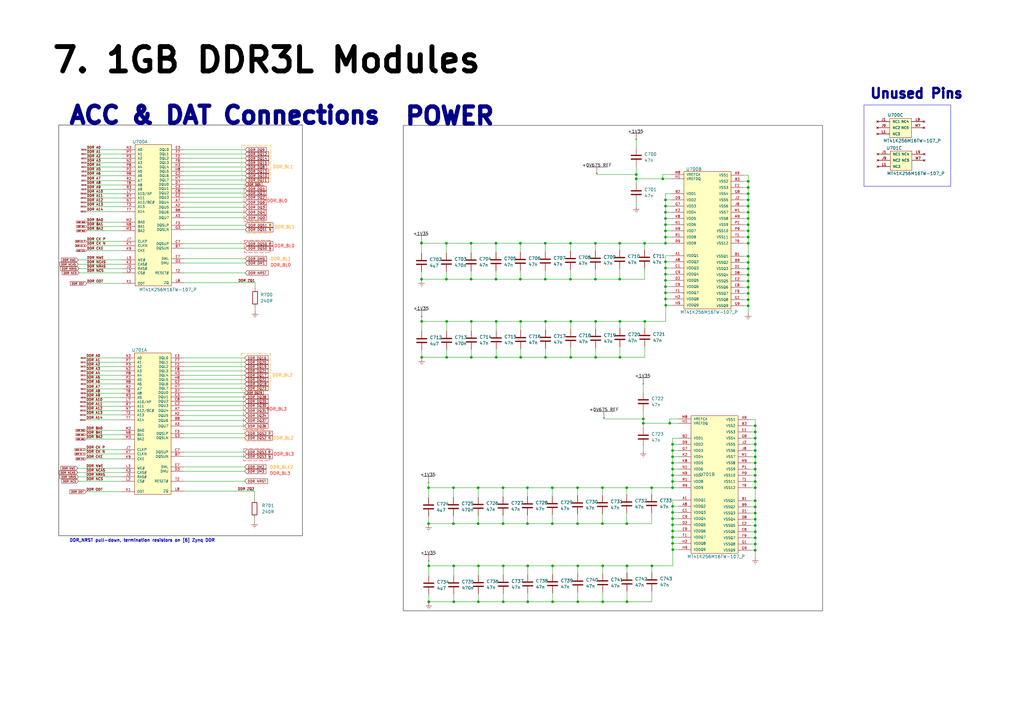
<source format=kicad_sch>
(kicad_sch (version 20230121) (generator eeschema)
  (paper "A3")
  (title_block (title "DDR3L Modules"))
  (junction (at 247.0912 214.757))
  (junction (at 267.3604 232.0798))
  (junction (at 309.753 212.979))
  (junction (at 275.844 215.265))
  (junction (at 309.753 220.599))
  (junction (at 213.5378 146.558))
  (junction (at 263.8552 173.609))
  (junction (at 193.2178 99.7712))
  (junction (at 203.4286 99.7712))
  (junction (at 257.1496 232.0798))
  (junction (at 306.8574 76.9112))
  (junction (at 306.8574 74.3712))
  (junction (at 185.9788 214.757))
  (junction (at 213.5378 131.826))
  (junction (at 275.844 200.025))
  (junction (at 186.0804 246.8118))
  (junction (at 223.7486 146.558))
  (junction (at 272.9484 97.2312))
  (junction (at 226.6442 232.0798))
  (junction (at 309.753 215.519))
  (junction (at 272.9484 122.6312))
  (junction (at 183.1848 146.558))
  (junction (at 275.844 207.645))
  (junction (at 206.4258 232.0798))
  (junction (at 309.753 192.405))
  (junction (at 309.753 197.485))
  (junction (at 257.1496 246.8118))
  (junction (at 236.8804 200.025))
  (junction (at 309.753 218.059))
  (junction (at 306.8574 105.1052))
  (junction (at 186.0804 232.0798))
  (junction (at 309.753 189.865))
  (junction (at 244.1956 99.7712))
  (junction (at 254.254 146.558))
  (junction (at 236.982 246.8118))
  (junction (at 272.9484 112.4712))
  (junction (at 274.7264 173.609))
  (junction (at 183.0832 99.7712))
  (junction (at 272.9484 117.5512))
  (junction (at 196.1134 200.025))
  (junction (at 272.9484 120.0912))
  (junction (at 234.0864 131.826))
  (junction (at 275.844 182.245))
  (junction (at 309.753 182.245))
  (junction (at 172.8724 99.7712))
  (junction (at 275.844 187.325))
  (junction (at 206.4258 246.8118))
  (junction (at 203.5302 146.558))
  (junction (at 223.647 114.5032))
  (junction (at 275.844 184.785))
  (junction (at 272.9484 92.1512))
  (junction (at 236.982 232.0798))
  (junction (at 226.5426 200.025))
  (junction (at 244.2972 131.826))
  (junction (at 275.844 217.805))
  (junction (at 309.753 223.139))
  (junction (at 272.9484 87.0712))
  (junction (at 309.753 174.625))
  (junction (at 306.8574 94.6912))
  (junction (at 275.844 194.945))
  (junction (at 306.8574 89.6112))
  (junction (at 272.9484 109.9312))
  (junction (at 272.9484 94.6912))
  (junction (at 193.3194 131.826))
  (junction (at 306.8574 122.8852))
  (junction (at 206.3242 200.025))
  (junction (at 175.768 200.025))
  (junction (at 254.1524 114.5032))
  (junction (at 213.4362 99.7712))
  (junction (at 223.647 99.7712))
  (junction (at 233.9848 99.7712))
  (junction (at 272.9484 81.9912))
  (junction (at 275.844 222.885))
  (junction (at 183.1848 131.826))
  (junction (at 306.8574 81.9912))
  (junction (at 272.9484 115.0112))
  (junction (at 273.05 125.1712))
  (junction (at 216.3318 200.025))
  (junction (at 275.9456 225.425))
  (junction (at 175.8696 232.0798))
  (junction (at 272.9484 89.6112))
  (junction (at 309.753 187.325))
  (junction (at 254.1524 99.7712))
  (junction (at 306.8574 125.4252))
  (junction (at 234.0864 146.558))
  (junction (at 306.8574 107.6452))
  (junction (at 247.1928 232.0798))
  (junction (at 175.8696 246.8118))
  (junction (at 254.254 131.826))
  (junction (at 272.9484 84.5312))
  (junction (at 260.9596 73.3552))
  (junction (at 196.215 246.8118))
  (junction (at 244.2972 146.558))
  (junction (at 206.3242 214.757))
  (junction (at 306.8574 99.7712))
  (junction (at 306.8574 79.4512))
  (junction (at 275.844 212.725))
  (junction (at 257.048 214.757))
  (junction (at 213.4362 114.5032))
  (junction (at 306.8574 115.2652))
  (junction (at 309.753 210.439))
  (junction (at 233.9848 114.5032))
  (junction (at 196.215 232.0798))
  (junction (at 196.1134 214.757))
  (junction (at 272.9484 99.7712))
  (junction (at 309.753 184.785))
  (junction (at 306.8574 84.5312))
  (junction (at 185.9788 200.025))
  (junction (at 306.8574 110.1852))
  (junction (at 223.7486 131.826))
  (junction (at 309.753 225.679))
  (junction (at 309.753 179.705))
  (junction (at 306.8574 92.1512))
  (junction (at 247.0912 200.025))
  (junction (at 172.974 146.558))
  (junction (at 263.8552 171.831))
  (junction (at 183.0832 114.5032))
  (junction (at 172.8724 114.5032))
  (junction (at 226.6442 246.8118))
  (junction (at 271.8308 73.3552))
  (junction (at 309.753 207.899))
  (junction (at 216.4334 232.0798))
  (junction (at 309.753 205.359))
  (junction (at 226.5426 214.757))
  (junction (at 236.8804 214.757))
  (junction (at 175.768 214.757))
  (junction (at 306.8574 97.2312))
  (junction (at 272.9484 107.3912))
  (junction (at 193.3194 146.558))
  (junction (at 309.753 200.025))
  (junction (at 275.844 189.865))
  (junction (at 309.753 194.945))
  (junction (at 306.8574 120.3452))
  (junction (at 257.048 200.025))
  (junction (at 172.974 131.826))
  (junction (at 275.844 220.345))
  (junction (at 247.1928 246.8118))
  (junction (at 275.844 197.485))
  (junction (at 216.3318 214.757))
  (junction (at 275.844 210.185))
  (junction (at 244.1956 114.5032))
  (junction (at 309.753 177.165))
  (junction (at 264.3632 99.7712))
  (junction (at 267.2588 200.025))
  (junction (at 203.4286 114.5032))
  (junction (at 306.8574 87.0712))
  (junction (at 275.844 192.405))
  (junction (at 264.4648 131.826))
  (junction (at 193.2178 114.5032))
  (junction (at 216.4334 246.8118))
  (junction (at 306.8574 112.7252))
  (junction (at 203.5302 131.826))
  (junction (at 306.8574 117.8052))
  (junction (at 260.9596 71.5772))
  (wire (pts (xy 271.8308 73.3552) (xy 275.4376 73.3552)))
  (wire (pts (xy 272.9484 81.9912) (xy 272.9484 84.5312)))
  (wire (pts (xy 244.8052 71.0438) (xy 244.8052 71.5772)))
  (wire (pts (xy 257.048 214.757) (xy 247.0912 214.757)))
  (wire (pts (xy 100.33 179.578) (xy 75.2348 179.578)))
  (wire (pts (xy 307.7972 200.025) (xy 309.753 200.025)))
  (wire (pts (xy 306.8574 125.4252) (xy 306.8574 128.524)))
  (wire (pts (xy 275.844 194.945) (xy 275.844 197.485)))
  (wire (pts (xy 185.9788 200.025) (xy 185.9788 203.9874)))
  (wire (pts (xy 226.5426 200.025) (xy 236.8804 200.025)))
  (wire (pts (xy 226.5426 214.757) (xy 216.3318 214.757)))
  (wire (pts (xy 35.56 68.5038) (xy 50.3174 68.5038)))
  (wire (pts (xy 35.56 98.9838) (xy 50.3174 98.9838)))
  (wire (pts (xy 264.4648 131.826) (xy 264.4648 134.5438)))
  (wire (pts (xy 100.33 161.036) (xy 75.2348 161.036)))
  (wire (pts (xy 75.4634 116.0018) (xy 104.6226 116.0018)))
  (wire (pts (xy 31.877 193.802) (xy 50.0888 193.802)))
  (wire (pts (xy 233.9848 114.5032) (xy 223.647 114.5032)))
  (wire (pts (xy 35.3314 176.53) (xy 50.0888 176.53)))
  (wire (pts (xy 309.753 207.899) (xy 309.753 210.439)))
  (wire (pts (xy 100.33 185.42) (xy 75.2348 185.42)))
  (wire (pts (xy 175.8696 232.0798) (xy 186.0804 232.0798)))
  (wire (pts (xy 100.33 146.812) (xy 75.2348 146.812)))
  (wire (pts (xy 100.5586 99.9998) (xy 75.4634 99.9998)))
  (wire (pts (xy 304.9016 89.6112) (xy 306.8574 89.6112)))
  (wire (pts (xy 267.2588 200.025) (xy 267.2588 202.7428)))
  (wire (pts (xy 206.3242 200.025) (xy 206.3242 203.7588)))
  (wire (pts (xy 254.1524 99.7712) (xy 264.3632 99.7712)))
  (wire (pts (xy 236.8804 200.025) (xy 236.8804 203.2508)))
  (wire (pts (xy 309.753 189.865) (xy 309.753 192.405)))
  (wire (pts (xy 306.8574 120.3452) (xy 306.8574 122.8852)))
  (wire (pts (xy 193.2178 111.2266) (xy 193.2178 114.5032)))
  (wire (pts (xy 264.4648 146.558) (xy 254.254 146.558)))
  (wire (pts (xy 216.3318 200.025) (xy 216.3318 203.6318)))
  (wire (pts (xy 104.394 212.4456) (xy 104.394 213.995)))
  (wire (pts (xy 35.56 74.0918) (xy 50.3174 74.0918)))
  (wire (pts (xy 223.7486 146.558) (xy 213.5378 146.558)))
  (wire (pts (xy 263.8552 171.831) (xy 263.8552 173.609)))
  (wire (pts (xy 236.8804 214.757) (xy 226.5426 214.757)))
  (wire (pts (xy 247.0912 200.025) (xy 257.048 200.025)))
  (wire (pts (xy 35.3314 152.146) (xy 50.0888 152.146)))
  (wire (pts (xy 100.5586 77.3938) (xy 75.4634 77.3938)))
  (wire (pts (xy 35.3314 186.182) (xy 50.0888 186.182)))
  (wire (pts (xy 35.3314 161.29) (xy 50.0888 161.29)))
  (wire (pts (xy 306.8574 97.2312) (xy 306.8574 99.7712)))
  (wire (pts (xy 236.8804 200.025) (xy 247.0912 200.025)))
  (wire (pts (xy 309.753 197.485) (xy 309.753 200.025)))
  (wire (pts (xy 236.982 232.0798) (xy 247.1928 232.0798)))
  (wire (pts (xy 35.56 81.2038) (xy 50.3174 81.2038)))
  (wire (pts (xy 100.33 159.258) (xy 75.2348 159.258)))
  (wire (pts (xy 100.5586 94.1578) (xy 75.4634 94.1578)))
  (wire (pts (xy 257.1496 246.8118) (xy 247.1928 246.8118)))
  (wire (pts (xy 306.8574 76.9112) (xy 306.8574 79.4512)))
  (wire (pts (xy 247.0912 200.025) (xy 247.0912 203.1492)))
  (wire (pts (xy 272.9484 120.0912) (xy 272.9484 122.6312)))
  (wire (pts (xy 100.33 162.814) (xy 75.2348 162.814)))
  (wire (pts (xy 306.8574 84.5312) (xy 306.8574 87.0712)))
  (wire (pts (xy 272.9484 115.0112) (xy 272.9484 117.5512)))
  (wire (pts (xy 304.9016 97.2312) (xy 306.8574 97.2312)))
  (wire (pts (xy 272.9484 117.5512) (xy 272.9484 120.0912)))
  (wire (pts (xy 35.56 94.6658) (xy 50.3174 94.6658)))
  (wire (pts (xy 275.844 210.185) (xy 278.3332 210.185)))
  (wire (pts (xy 275.844 192.405) (xy 278.3332 192.405)))
  (wire (pts (xy 304.9016 79.4512) (xy 306.8574 79.4512)))
  (wire (pts (xy 35.56 70.2818) (xy 50.3174 70.2818)))
  (wire (pts (xy 272.9484 97.2312) (xy 272.9484 99.7712)))
  (wire (pts (xy 236.982 232.0798) (xy 236.982 235.3056)))
  (wire (pts (xy 267.2588 214.757) (xy 257.048 214.757)))
  (wire (pts (xy 236.982 246.8118) (xy 226.6442 246.8118)))
  (wire (pts (xy 216.3318 200.025) (xy 226.5426 200.025)))
  (wire (pts (xy 234.0864 146.558) (xy 223.7486 146.558)))
  (wire (pts (xy 272.9484 104.8512) (xy 272.9484 107.3912)))
  (wire (pts (xy 35.3314 168.402) (xy 50.0888 168.402)))
  (wire (pts (xy 304.9016 81.9912) (xy 306.8574 81.9912)))
  (wire (pts (xy 272.9484 89.6112) (xy 275.4376 89.6112)))
  (wire (pts (xy 193.2178 114.5032) (xy 183.0832 114.5032)))
  (wire (pts (xy 278.3332 205.105) (xy 275.844 205.105)))
  (wire (pts (xy 275.844 197.485) (xy 275.844 200.025)))
  (wire (pts (xy 257.1496 232.0798) (xy 257.1496 234.8992)))
  (wire (pts (xy 278.3332 171.831) (xy 274.7264 171.831)))
  (wire (pts (xy 309.753 179.705) (xy 309.753 182.245)))
  (wire (pts (xy 223.647 110.8964) (xy 223.647 114.5032)))
  (wire (pts (xy 309.753 218.059) (xy 309.753 220.599)))
  (wire (pts (xy 254.254 142.2654) (xy 254.254 146.558)))
  (wire (pts (xy 35.3314 153.924) (xy 50.0888 153.924)))
  (wire (pts (xy 35.3314 201.676) (xy 50.0888 201.676)))
  (wire (pts (xy 100.5586 111.9378) (xy 75.4634 111.9378)))
  (wire (pts (xy 263.8552 173.609) (xy 263.8552 175.4632)))
  (wire (pts (xy 306.8574 94.6912) (xy 306.8574 97.2312)))
  (wire (pts (xy 306.8574 81.9912) (xy 306.8574 84.5312)))
  (wire (pts (xy 304.9016 125.4252) (xy 306.8574 125.4252)))
  (wire (pts (xy 272.9484 122.6312) (xy 275.4376 122.6312)))
  (wire (pts (xy 275.844 197.485) (xy 278.3332 197.485)))
  (wire (pts (xy 223.647 114.5032) (xy 213.4362 114.5032)))
  (wire (pts (xy 275.844 189.865) (xy 275.844 192.405)))
  (wire (pts (xy 307.7972 223.139) (xy 309.753 223.139)))
  (wire (pts (xy 306.8574 89.6112) (xy 306.8574 92.1512)))
  (wire (pts (xy 309.753 210.439) (xy 309.753 212.979)))
  (wire (pts (xy 275.844 189.865) (xy 278.3332 189.865)))
  (wire (pts (xy 32.1056 108.3818) (xy 50.3174 108.3818)))
  (wire (pts (xy 304.9016 87.0712) (xy 306.8574 87.0712)))
  (wire (pts (xy 213.4362 99.7712) (xy 213.4362 103.378)))
  (wire (pts (xy 272.9484 125.1712) (xy 273.05 125.1712)))
  (wire (pts (xy 100.33 174.752) (xy 75.2348 174.752)))
  (wire (pts (xy 275.844 200.025) (xy 267.2588 200.025)))
  (wire (pts (xy 234.0864 131.826) (xy 234.0864 135.0518)))
  (wire (pts (xy 100.5586 79.1718) (xy 75.4634 79.1718)))
  (wire (pts (xy 203.5302 131.826) (xy 203.5302 135.5598)))
  (wire (pts (xy 203.4286 111.125) (xy 203.4286 114.5032)))
  (wire (pts (xy 183.0832 99.7712) (xy 183.0832 103.7336)))
  (wire (pts (xy 244.2972 146.558) (xy 234.0864 146.558)))
  (wire (pts (xy 307.7972 187.325) (xy 309.753 187.325)))
  (wire (pts (xy 104.6226 125.9586) (xy 104.6226 127.6604)))
  (wire (pts (xy 104.394 201.422) (xy 104.394 204.8256)))
  (wire (pts (xy 307.7972 192.405) (xy 309.753 192.405)))
  (wire (pts (xy 75.2348 168.402) (xy 100.33 168.402)))
  (wire (pts (xy 183.1848 143.4084) (xy 183.1848 146.558)))
  (wire (pts (xy 307.7972 174.625) (xy 309.753 174.625)))
  (wire (pts (xy 203.5302 146.558) (xy 193.3194 146.558)))
  (wire (pts (xy 236.8804 210.8708) (xy 236.8804 214.757)))
  (wire (pts (xy 263.8552 173.609) (xy 274.7264 173.609)))
  (wire (pts (xy 247.7008 171.831) (xy 263.8552 171.831)))
  (wire (pts (xy 304.9016 105.1052) (xy 306.8574 105.1052)))
  (wire (pts (xy 309.753 174.625) (xy 309.753 177.165)))
  (wire (pts (xy 234.0864 142.6718) (xy 234.0864 146.558)))
  (wire (pts (xy 306.8574 112.7252) (xy 306.8574 115.2652)))
  (wire (pts (xy 206.4258 246.8118) (xy 196.215 246.8118)))
  (wire (pts (xy 193.3194 143.2814) (xy 193.3194 146.558)))
  (wire (pts (xy 32.4104 110.1598) (xy 50.3174 110.1598)))
  (wire (pts (xy 306.8574 122.8852) (xy 306.8574 125.4252)))
  (wire (pts (xy 272.9484 109.9312) (xy 275.4376 109.9312)))
  (wire (pts (xy 193.2178 99.7712) (xy 203.4286 99.7712)))
  (wire (pts (xy 206.3242 211.3788) (xy 206.3242 214.757)))
  (wire (pts (xy 100.3808 157.48) (xy 75.2348 157.48)))
  (wire (pts (xy 172.8724 111.4552) (xy 172.8724 114.5032)))
  (wire (pts (xy 172.974 131.826) (xy 172.974 135.89)))
  (wire (pts (xy 260.9596 57.1754) (xy 260.9596 60.6806)))
  (wire (pts (xy 223.7486 131.826) (xy 223.7486 135.3312)))
  (wire (pts (xy 100.33 191.516) (xy 75.2348 191.516)))
  (wire (pts (xy 35.3314 180.086) (xy 50.0888 180.086)))
  (wire (pts (xy 226.6442 232.0798) (xy 236.982 232.0798)))
  (wire (pts (xy 304.9016 115.2652) (xy 306.8574 115.2652)))
  (wire (pts (xy 35.3314 148.59) (xy 50.0888 148.59)))
  (wire (pts (xy 216.4334 232.0798) (xy 226.6442 232.0798)))
  (wire (pts (xy 203.4286 99.7712) (xy 203.4286 103.505)))
  (wire (pts (xy 306.8574 99.7712) (xy 306.8574 105.1052)))
  (wire (pts (xy 100.5586 80.9498) (xy 75.4634 80.9498)))
  (wire (pts (xy 257.048 200.025) (xy 267.2588 200.025)))
  (wire (pts (xy 100.5586 106.0958) (xy 75.4634 106.0958)))
  (wire (pts (xy 233.9848 99.7712) (xy 233.9848 102.997)))
  (wire (pts (xy 244.1956 110.5154) (xy 244.1956 114.5032)))
  (wire (pts (xy 309.753 200.025) (xy 309.753 205.359)))
  (wire (pts (xy 35.3314 166.624) (xy 50.0888 166.624)))
  (wire (pts (xy 260.9596 71.5772) (xy 260.9596 73.3552)))
  (wire (pts (xy 275.844 212.725) (xy 278.3332 212.725)))
  (wire (pts (xy 206.3242 214.757) (xy 196.1134 214.757)))
  (wire (pts (xy 244.2972 131.826) (xy 254.254 131.826)))
  (wire (pts (xy 35.56 77.6478) (xy 50.3174 77.6478)))
  (wire (pts (xy 244.2972 131.826) (xy 244.2972 134.9502)))
  (wire (pts (xy 309.753 215.519) (xy 309.753 218.059)))
  (wire (pts (xy 185.9788 200.025) (xy 196.1134 200.025)))
  (wire (pts (xy 272.9484 87.0712) (xy 275.4376 87.0712)))
  (wire (pts (xy 35.56 66.7258) (xy 50.3174 66.7258)))
  (wire (pts (xy 186.0804 246.8118) (xy 175.8696 246.8118)))
  (wire (pts (xy 304.9016 94.6912) (xy 306.8574 94.6912)))
  (wire (pts (xy 304.9016 92.1512) (xy 306.8574 92.1512)))
  (wire (pts (xy 244.1956 114.5032) (xy 233.9848 114.5032)))
  (wire (pts (xy 306.8574 71.8312) (xy 306.8574 74.3712)))
  (wire (pts (xy 244.8052 71.5772) (xy 260.9596 71.5772)))
  (wire (pts (xy 196.215 246.8118) (xy 186.0804 246.8118)))
  (wire (pts (xy 304.9016 120.3452) (xy 306.8574 120.3452)))
  (wire (pts (xy 244.1956 99.7712) (xy 254.1524 99.7712)))
  (wire (pts (xy 244.2972 142.5702) (xy 244.2972 146.558)))
  (wire (pts (xy 100.33 164.592) (xy 75.2348 164.592)))
  (wire (pts (xy 183.0832 99.7712) (xy 193.2178 99.7712)))
  (wire (pts (xy 263.8552 183.0832) (xy 263.8552 184.9374)))
  (wire (pts (xy 272.9484 109.9312) (xy 272.9484 112.4712)))
  (wire (pts (xy 213.4362 110.998) (xy 213.4362 114.5032)))
  (wire (pts (xy 32.2072 197.358) (xy 50.0888 197.358)))
  (wire (pts (xy 193.3194 131.826) (xy 203.5302 131.826)))
  (wire (pts (xy 100.5586 66.7258) (xy 75.4634 66.7258)))
  (wire (pts (xy 306.8574 79.4512) (xy 306.8574 81.9912)))
  (wire (pts (xy 35.56 102.7938) (xy 50.3174 102.7938)))
  (wire (pts (xy 35.56 64.9478) (xy 50.3174 64.9478)))
  (wire (pts (xy 100.33 155.702) (xy 75.2348 155.702)))
  (wire (pts (xy 257.1496 242.5192) (xy 257.1496 246.8118)))
  (wire (pts (xy 35.3314 170.18) (xy 50.0888 170.18)))
  (wire (pts (xy 275.844 225.425) (xy 275.9456 225.425)))
  (wire (pts (xy 275.844 184.785) (xy 275.844 187.325)))
  (wire (pts (xy 275.844 187.325) (xy 278.3332 187.325)))
  (wire (pts (xy 100.33 197.358) (xy 75.2348 197.358)))
  (wire (pts (xy 206.4258 232.0798) (xy 206.4258 235.8136)))
  (wire (pts (xy 172.974 131.826) (xy 183.1848 131.826)))
  (wire (pts (xy 307.7972 210.439) (xy 309.753 210.439)))
  (wire (pts (xy 216.4334 232.0798) (xy 216.4334 235.6866)))
  (wire (pts (xy 267.3604 242.4176) (xy 267.3604 246.8118)))
  (wire (pts (xy 304.9016 117.8052) (xy 306.8574 117.8052)))
  (wire (pts (xy 100.5586 68.5038) (xy 75.4634 68.5038)))
  (wire (pts (xy 247.1928 242.824) (xy 247.1928 246.8118)))
  (wire (pts (xy 264.4648 142.1638) (xy 264.4648 146.558)))
  (wire (pts (xy 35.3314 150.368) (xy 50.0888 150.368)))
  (wire (pts (xy 213.5378 131.826) (xy 213.5378 135.4328)))
  (wire (pts (xy 183.1848 131.826) (xy 193.3194 131.826)))
  (wire (pts (xy 275.844 205.105) (xy 275.844 207.645)))
  (wire (pts (xy 100.3808 177.8) (xy 75.2348 177.8)))
  (wire (pts (xy 272.9484 97.2312) (xy 275.4376 97.2312)))
  (wire (pts (xy 35.3314 178.308) (xy 50.0888 178.308)))
  (wire (pts (xy 100.6094 72.0598) (xy 75.4634 72.0598)))
  (wire (pts (xy 306.8574 105.1052) (xy 306.8574 107.6452)))
  (wire (pts (xy 307.7972 212.979) (xy 309.753 212.979)))
  (wire (pts (xy 247.7008 171.2976) (xy 247.7008 171.831)))
  (wire (pts (xy 35.56 84.7598) (xy 50.3174 84.7598)))
  (wire (pts (xy 172.8724 99.7712) (xy 172.8724 103.8352)))
  (wire (pts (xy 35.3314 163.068) (xy 50.0888 163.068)))
  (wire (pts (xy 304.9016 71.8312) (xy 306.8574 71.8312)))
  (wire (pts (xy 100.5586 63.1698) (xy 75.4634 63.1698)))
  (wire (pts (xy 304.9016 76.9112) (xy 306.8574 76.9112)))
  (wire (pts (xy 216.3318 214.757) (xy 206.3242 214.757)))
  (wire (pts (xy 203.4286 114.5032) (xy 193.2178 114.5032)))
  (wire (pts (xy 223.7486 131.826) (xy 234.0864 131.826)))
  (wire (pts (xy 275.844 220.345) (xy 275.844 222.885)))
  (wire (pts (xy 216.4334 246.8118) (xy 206.4258 246.8118)))
  (wire (pts (xy 100.5586 85.0138) (xy 75.4634 85.0138)))
  (wire (pts (xy 309.753 184.785) (xy 309.753 187.325)))
  (wire (pts (xy 226.6442 243.205) (xy 226.6442 246.8118)))
  (wire (pts (xy 304.9016 112.7252) (xy 306.8574 112.7252)))
  (wire (pts (xy 100.33 172.466) (xy 75.2348 172.466)))
  (wire (pts (xy 254.254 131.826) (xy 264.4648 131.826)))
  (wire (pts (xy 32.1818 195.58) (xy 50.0888 195.58)))
  (wire (pts (xy 275.844 220.345) (xy 278.3332 220.345)))
  (wire (pts (xy 213.4362 114.5032) (xy 203.4286 114.5032)))
  (wire (pts (xy 307.7972 182.245) (xy 309.753 182.245)))
  (wire (pts (xy 226.5426 200.025) (xy 226.5426 203.5302)))
  (wire (pts (xy 213.5378 131.826) (xy 223.7486 131.826)))
  (wire (pts (xy 272.9484 92.1512) (xy 275.4376 92.1512)))
  (wire (pts (xy 260.9596 68.3006) (xy 260.9596 71.5772)))
  (wire (pts (xy 75.4634 64.9478) (xy 100.5586 64.9478)))
  (wire (pts (xy 275.844 212.725) (xy 275.844 215.265)))
  (wire (pts (xy 306.8574 87.0712) (xy 306.8574 89.6112)))
  (wire (pts (xy 100.33 166.37) (xy 75.2348 166.37)))
  (wire (pts (xy 275.9456 225.425) (xy 278.3332 225.425)))
  (wire (pts (xy 35.3314 146.812) (xy 50.0888 146.812)))
  (wire (pts (xy 273.05 131.826) (xy 273.05 125.1712)))
  (wire (pts (xy 172.974 129.7686) (xy 172.974 131.826)))
  (wire (pts (xy 272.9484 87.0712) (xy 272.9484 89.6112)))
  (wire (pts (xy 35.3314 157.48) (xy 50.0888 157.48)))
  (wire (pts (xy 172.974 146.558) (xy 172.974 147.0152)))
  (wire (pts (xy 254.1524 114.5032) (xy 244.1956 114.5032)))
  (wire (pts (xy 233.9848 110.617) (xy 233.9848 114.5032)))
  (wire (pts (xy 186.0804 232.0798) (xy 186.0804 236.0422)))
  (wire (pts (xy 254.254 131.826) (xy 254.254 134.6454)))
  (wire (pts (xy 273.05 131.826) (xy 264.4648 131.826)))
  (wire (pts (xy 275.844 182.245) (xy 278.3332 182.245)))
  (wire (pts (xy 306.8574 74.3712) (xy 306.8574 76.9112)))
  (wire (pts (xy 175.768 211.709) (xy 175.768 214.757)))
  (wire (pts (xy 226.6442 246.8118) (xy 216.4334 246.8118)))
  (wire (pts (xy 275.844 184.785) (xy 278.3332 184.785)))
  (wire (pts (xy 272.9484 84.5312) (xy 275.4376 84.5312)))
  (wire (pts (xy 307.7972 197.485) (xy 309.753 197.485)))
  (wire (pts (xy 100.33 170.434) (xy 75.2348 170.434)))
  (wire (pts (xy 172.974 143.51) (xy 172.974 146.558)))
  (wire (pts (xy 216.3318 211.2518) (xy 216.3318 214.757)))
  (wire (pts (xy 275.4376 71.5772) (xy 271.8308 71.5772)))
  (wire (pts (xy 213.4362 99.7712) (xy 223.647 99.7712)))
  (wire (pts (xy 263.8552 168.5544) (xy 263.8552 171.831)))
  (wire (pts (xy 273.05 125.1712) (xy 275.4376 125.1712)))
  (wire (pts (xy 175.768 200.025) (xy 185.9788 200.025)))
  (wire (pts (xy 307.7972 218.059) (xy 309.753 218.059)))
  (wire (pts (xy 196.1134 200.025) (xy 196.1134 203.8604)))
  (wire (pts (xy 263.8552 157.4292) (xy 263.8552 160.9344)))
  (wire (pts (xy 307.7972 225.679) (xy 309.753 225.679)))
  (wire (pts (xy 35.56 61.3918) (xy 50.3174 61.3918)))
  (wire (pts (xy 236.982 242.9256) (xy 236.982 246.8118)))
  (wire (pts (xy 183.0832 114.5032) (xy 172.8724 114.5032)))
  (wire (pts (xy 75.2348 201.422) (xy 104.394 201.422)))
  (wire (pts (xy 275.844 222.885) (xy 275.844 225.425)))
  (wire (pts (xy 35.3314 164.846) (xy 50.0888 164.846)))
  (wire (pts (xy 206.4258 243.4336) (xy 206.4258 246.8118)))
  (wire (pts (xy 309.753 177.165) (xy 309.753 179.705)))
  (wire (pts (xy 264.3632 110.109) (xy 264.3632 114.5032)))
  (wire (pts (xy 223.7486 142.9512) (xy 223.7486 146.558)))
  (wire (pts (xy 275.9456 232.0798) (xy 275.9456 225.425)))
  (wire (pts (xy 306.8574 117.8052) (xy 306.8574 120.3452)))
  (wire (pts (xy 175.8696 246.8118) (xy 175.8696 247.269)))
  (wire (pts (xy 100.5586 107.8738) (xy 75.4634 107.8738)))
  (wire (pts (xy 186.0804 232.0798) (xy 196.215 232.0798)))
  (wire (pts (xy 213.5378 143.0528) (xy 213.5378 146.558)))
  (wire (pts (xy 271.8308 71.5772) (xy 271.8308 73.3552)))
  (wire (pts (xy 275.844 222.885) (xy 278.3332 222.885)))
  (wire (pts (xy 306.8574 92.1512) (xy 306.8574 94.6912)))
  (wire (pts (xy 172.8724 99.1108) (xy 172.8724 99.7712)))
  (wire (pts (xy 35.56 86.7918) (xy 50.3174 86.7918)))
  (wire (pts (xy 275.844 217.805) (xy 275.844 220.345)))
  (wire (pts (xy 307.7972 172.085) (xy 309.753 172.085)))
  (wire (pts (xy 307.7972 194.945) (xy 309.753 194.945)))
  (wire (pts (xy 196.215 243.5352) (xy 196.215 246.8118)))
  (wire (pts (xy 272.9484 94.6912) (xy 272.9484 97.2312)))
  (wire (pts (xy 274.7264 173.609) (xy 278.3332 173.609)))
  (wire (pts (xy 275.844 182.245) (xy 275.844 184.785)))
  (wire (pts (xy 307.7972 215.519) (xy 309.753 215.519)))
  (wire (pts (xy 247.0912 210.7692) (xy 247.0912 214.757)))
  (wire (pts (xy 272.9484 112.4712) (xy 272.9484 115.0112)))
  (wire (pts (xy 272.9484 79.4512) (xy 272.9484 81.9912)))
  (wire (pts (xy 175.768 197.9676) (xy 175.768 200.025)))
  (wire (pts (xy 213.5378 146.558) (xy 203.5302 146.558)))
  (wire (pts (xy 100.5586 101.7778) (xy 75.4634 101.7778)))
  (wire (pts (xy 275.844 179.705) (xy 275.844 182.245)))
  (wire (pts (xy 175.768 200.025) (xy 175.768 204.089)))
  (wire (pts (xy 260.9596 82.8294) (xy 260.9596 84.6836)))
  (wire (pts (xy 304.9016 74.3712) (xy 306.8574 74.3712)))
  (wire (pts (xy 35.3314 172.212) (xy 50.0888 172.212)))
  (wire (pts (xy 275.4376 79.4512) (xy 272.9484 79.4512)))
  (wire (pts (xy 196.215 232.0798) (xy 206.4258 232.0798)))
  (wire (pts (xy 267.3604 232.0798) (xy 267.3604 234.7976)))
  (wire (pts (xy 275.844 207.645) (xy 275.844 210.185)))
  (wire (pts (xy 272.9484 89.6112) (xy 272.9484 92.1512)))
  (wire (pts (xy 35.56 116.2558) (xy 50.3174 116.2558)))
  (wire (pts (xy 100.5586 70.2818) (xy 75.4634 70.2818)))
  (wire (pts (xy 275.4376 99.7712) (xy 272.9484 99.7712)))
  (wire (pts (xy 275.844 194.945) (xy 278.3332 194.945)))
  (wire (pts (xy 272.9484 99.7712) (xy 264.3632 99.7712)))
  (wire (pts (xy 216.4334 243.3066) (xy 216.4334 246.8118)))
  (wire (pts (xy 272.9484 117.5512) (xy 275.4376 117.5512)))
  (wire (pts (xy 272.9484 81.9912) (xy 275.4376 81.9912)))
  (wire (pts (xy 35.56 63.1698) (xy 50.3174 63.1698)))
  (wire (pts (xy 247.0912 214.757) (xy 236.8804 214.757)))
  (wire (pts (xy 196.1134 211.4804) (xy 196.1134 214.757)))
  (wire (pts (xy 275.844 217.805) (xy 278.3332 217.805)))
  (wire (pts (xy 100.33 148.59) (xy 75.2348 148.59)))
  (wire (pts (xy 272.9484 92.1512) (xy 272.9484 94.6912)))
  (wire (pts (xy 267.2588 210.3628) (xy 267.2588 214.757)))
  (wire (pts (xy 35.56 79.4258) (xy 50.3174 79.4258)))
  (wire (pts (xy 272.9484 122.6312) (xy 272.9484 125.1712)))
  (wire (pts (xy 100.6094 92.3798) (xy 75.4634 92.3798)))
  (wire (pts (xy 309.753 205.359) (xy 309.753 207.899)))
  (wire (pts (xy 35.3314 155.702) (xy 50.0888 155.702)))
  (wire (pts (xy 100.5586 61.3918) (xy 75.4634 61.3918)))
  (wire (pts (xy 272.9484 112.4712) (xy 275.4376 112.4712)))
  (wire (pts (xy 31.9024 192.024) (xy 50.0888 192.024)))
  (wire (pts (xy 35.3314 159.512) (xy 50.0888 159.512)))
  (wire (pts (xy 185.9788 214.757) (xy 175.768 214.757)))
  (wire (pts (xy 226.6442 232.0798) (xy 226.6442 235.585)))
  (wire (pts (xy 247.1928 232.0798) (xy 257.1496 232.0798)))
  (wire (pts (xy 257.1496 232.0798) (xy 267.3604 232.0798)))
  (wire (pts (xy 100.5586 87.0458) (xy 75.4634 87.0458)))
  (wire (pts (xy 257.048 200.025) (xy 257.048 202.8444)))
  (wire (pts (xy 278.3332 200.025) (xy 275.844 200.025)))
  (wire (pts (xy 35.56 75.8698) (xy 50.3174 75.8698)))
  (wire (pts (xy 278.3332 179.705) (xy 275.844 179.705)))
  (wire (pts (xy 254.1524 99.7712) (xy 254.1524 102.5906)))
  (wire (pts (xy 175.8696 230.0224) (xy 175.8696 232.0798)))
  (wire (pts (xy 272.9484 115.0112) (xy 275.4376 115.0112)))
  (wire (pts (xy 35.56 91.1098) (xy 50.3174 91.1098)))
  (wire (pts (xy 309.753 194.945) (xy 309.753 197.485)))
  (wire (pts (xy 272.9484 94.6912) (xy 275.4376 94.6912)))
  (wire (pts (xy 100.5586 73.8378) (xy 75.4634 73.8378)))
  (wire (pts (xy 203.5302 131.826) (xy 213.5378 131.826)))
  (wire (pts (xy 260.9596 73.3552) (xy 260.9596 75.2094)))
  (wire (pts (xy 223.647 99.7712) (xy 223.647 103.2764)))
  (wire (pts (xy 304.9016 84.5312) (xy 306.8574 84.5312)))
  (wire (pts (xy 100.33 193.294) (xy 75.2348 193.294)))
  (wire (pts (xy 275.844 215.265) (xy 275.844 217.805)))
  (wire (pts (xy 309.753 182.245) (xy 309.753 184.785)))
  (wire (pts (xy 172.8724 114.5032) (xy 172.8724 114.9604)))
  (wire (pts (xy 233.9848 99.7712) (xy 244.1956 99.7712)))
  (wire (pts (xy 309.753 225.679) (xy 309.753 228.7778)))
  (wire (pts (xy 75.4634 82.9818) (xy 100.5586 82.9818)))
  (wire (pts (xy 304.9016 110.1852) (xy 306.8574 110.1852)))
  (wire (pts (xy 272.9484 120.0912) (xy 275.4376 120.0912)))
  (wire (pts (xy 104.6226 116.0018) (xy 104.6226 118.3386)))
  (wire (pts (xy 247.1928 246.8118) (xy 236.982 246.8118)))
  (wire (pts (xy 100.5586 89.3318) (xy 75.4634 89.3318)))
  (wire (pts (xy 306.8574 110.1852) (xy 306.8574 112.7252)))
  (wire (pts (xy 100.33 152.146) (xy 75.2348 152.146)))
  (wire (pts (xy 307.7972 184.785) (xy 309.753 184.785)))
  (wire (pts (xy 35.56 100.7618) (xy 50.3174 100.7618)))
  (wire (pts (xy 32.4358 111.9378) (xy 50.3174 111.9378)))
  (wire (pts (xy 254.1524 110.2106) (xy 254.1524 114.5032)))
  (wire (pts (xy 35.56 92.8878) (xy 50.3174 92.8878)))
  (wire (pts (xy 196.1134 200.025) (xy 206.3242 200.025)))
  (wire (pts (xy 307.7972 205.359) (xy 309.753 205.359)))
  (wire (pts (xy 304.9016 122.8852) (xy 306.8574 122.8852)))
  (wire (pts (xy 193.3194 131.826) (xy 193.3194 135.6614)))
  (wire (pts (xy 183.1848 146.558) (xy 172.974 146.558)))
  (wire (pts (xy 275.844 192.405) (xy 275.844 194.945)))
  (wire (pts (xy 175.768 214.757) (xy 175.768 215.2142)))
  (wire (pts (xy 185.9788 211.6074) (xy 185.9788 214.757)))
  (wire (pts (xy 307.7972 177.165) (xy 309.753 177.165)))
  (wire (pts (xy 306.8574 115.2652) (xy 306.8574 117.8052)))
  (wire (pts (xy 307.7972 207.899) (xy 309.753 207.899)))
  (wire (pts (xy 272.9484 107.3912) (xy 272.9484 109.9312)))
  (wire (pts (xy 307.7972 189.865) (xy 309.753 189.865)))
  (wire (pts (xy 203.5302 143.1798) (xy 203.5302 146.558)))
  (wire (pts (xy 75.2348 150.368) (xy 100.33 150.368)))
  (wire (pts (xy 175.8696 232.0798) (xy 175.8696 236.1438)))
  (wire (pts (xy 32.131 106.6038) (xy 50.3174 106.6038)))
  (wire (pts (xy 275.844 207.645) (xy 278.3332 207.645)))
  (wire (pts (xy 264.3632 99.7712) (xy 264.3632 102.489)))
  (wire (pts (xy 183.1848 131.826) (xy 183.1848 135.7884)))
  (wire (pts (xy 275.844 210.185) (xy 275.844 212.725)))
  (wire (pts (xy 304.9016 99.7712) (xy 306.8574 99.7712)))
  (wire (pts (xy 264.3632 114.5032) (xy 254.1524 114.5032)))
  (wire (pts (xy 193.2178 99.7712) (xy 193.2178 103.6066)))
  (wire (pts (xy 275.844 215.265) (xy 278.3332 215.265)))
  (wire (pts (xy 309.753 192.405) (xy 309.753 194.945)))
  (wire (pts (xy 196.215 232.0798) (xy 196.215 235.9152)))
  (wire (pts (xy 172.8724 99.7712) (xy 183.0832 99.7712)))
  (wire (pts (xy 35.3314 184.404) (xy 50.0888 184.404)))
  (wire (pts (xy 309.753 212.979) (xy 309.753 215.519)))
  (wire (pts (xy 267.3604 246.8118) (xy 257.1496 246.8118)))
  (wire (pts (xy 100.33 153.924) (xy 75.2348 153.924)))
  (wire (pts (xy 275.4376 104.8512) (xy 272.9484 104.8512)))
  (wire (pts (xy 35.56 72.0598) (xy 50.3174 72.0598)))
  (wire (pts (xy 275.9456 232.0798) (xy 267.3604 232.0798)))
  (wire (pts (xy 196.1134 214.757) (xy 185.9788 214.757)))
  (wire (pts (xy 234.0864 131.826) (xy 244.2972 131.826)))
  (wire (pts (xy 307.7972 220.599) (xy 309.753 220.599)))
  (wire (pts (xy 254.254 146.558) (xy 244.2972 146.558)))
  (wire (pts (xy 223.647 99.7712) (xy 233.9848 99.7712)))
  (wire (pts (xy 100.33 187.198) (xy 75.2348 187.198)))
  (wire (pts (xy 272.9484 84.5312) (xy 272.9484 87.0712)))
  (wire (pts (xy 309.753 187.325) (xy 309.753 189.865)))
  (wire (pts (xy 309.753 172.085) (xy 309.753 174.625)))
  (wire (pts (xy 272.9484 107.3912) (xy 275.4376 107.3912)))
  (wire (pts (xy 35.56 82.9818) (xy 50.3174 82.9818)))
  (wire (pts (xy 206.4258 232.0798) (xy 216.4334 232.0798)))
  (wire (pts (xy 309.753 220.599) (xy 309.753 223.139)))
  (wire (pts (xy 35.3314 188.214) (xy 50.0888 188.214)))
  (wire (pts (xy 193.3194 146.558) (xy 183.1848 146.558)))
  (wire (pts (xy 175.8696 243.7638) (xy 175.8696 246.8118)))
  (wire (pts (xy 274.7264 171.831) (xy 274.7264 173.609)))
  (wire (pts (xy 183.0832 111.3536) (xy 183.0832 114.5032)))
  (wire (pts (xy 275.844 187.325) (xy 275.844 189.865)))
  (wire (pts (xy 206.3242 200.025) (xy 216.3318 200.025)))
  (wire (pts (xy 244.1956 99.7712) (xy 244.1956 102.8954)))
  (wire (pts (xy 257.048 210.4644) (xy 257.048 214.757)))
  (wire (pts (xy 203.4286 99.7712) (xy 213.4362 99.7712)))
  (wire (pts (xy 186.0804 243.6622) (xy 186.0804 246.8118)))
  (wire (pts (xy 100.5586 75.6158) (xy 75.4634 75.6158)))
  (wire (pts (xy 247.1928 232.0798) (xy 247.1928 235.204)))
  (wire (pts (xy 307.7972 179.705) (xy 309.753 179.705)))
  (wire (pts (xy 309.753 223.139) (xy 309.753 225.679)))
  (wire (pts (xy 304.9016 107.6452) (xy 306.8574 107.6452)))
  (wire (pts (xy 226.5426 211.1502) (xy 226.5426 214.757)))
  (wire (pts (xy 260.9596 73.3552) (xy 271.8308 73.3552)))
  (wire (pts (xy 306.8574 107.6452) (xy 306.8574 110.1852)))
  (rectangle (start 24.0792 51.2826) (end 124.0536 219.71) (stroke (width 0) (color 0 0 0 1)))
  (rectangle (start 99.1616 59.563) (end 110.998 74.6252) (stroke (width 0) (type dash) (color 255 153 0 1)))
  (rectangle (start 100.457 176.53) (end 110.6932 181.0766) (stroke (width 0) (type dash) (color 255 153 0 1)))
  (rectangle (start 99.9236 184.023) (end 110.5408 189.0014) (stroke (width 0) (type dash) (color 255 0 0 1)))
  (rectangle (start 98.933 144.9832) (end 110.7694 160.0454) (stroke (width 0) (type dash) (color 255 153 0 1)))
  (rectangle (start 100.1522 98.6028) (end 110.7694 103.5812) (stroke (width 0) (type dash) (color 255 0 0 1)))
  (rectangle (start 100.6856 91.1098) (end 110.9218 95.6564) (stroke (width 0) (type dash) (color 255 153 0 1)))
  (rectangle (start 99.8474 161.671) (end 108.2548 176.149) (stroke (width 0) (type dash) (color 255 0 0 1)))
  (rectangle (start 100.076 76.2508) (end 108.4834 90.7288) (stroke (width 0) (type dash) (color 255 0 0 1)))
  (rectangle (start 354.3554 43.053) (end 389.9154 76.4286))
  (rectangle (start 165.4302 51.435) (end 337.3628 250.5456) (stroke (width 0) (color 0 0 0 1)))
  (text "7. 1GB DDR3L Modules" (at 20.5994 30.6832 0) (effects (font (size 10 10) (thickness 2) bold) (justify left bottom)))
  (text "DDR_BL2" (at 111.6076 154.7876 0) (effects (font (size 1.27 1.27)) (justify left bottom)))
  (text "DDR_BL3" (at 112.1664 187.198 0) (effects (font (size 1.27 1.27)) (justify left bottom)))
  (text "POWER" (at 165.481 51.8668 0) (effects (font (size 7 7) (thickness 2) bold) (justify left bottom)))
  (text "DDR_BL1" (at 110.8964 107.1372 0) (effects (font (size 1.27 1.27)) (justify left bottom)))
  (text "DDR_BL2" (at 112.014 180.6448 0) (effects (font (size 1.27 1.27)) (justify left bottom)))
  (text "DDR_BL0" (at 109.4232 83.312 0) (effects (font (size 1.27 1.27)) (justify left bottom)))
  (text "DDR_BL0" (at 112.395 101.7778 0) (effects (font (size 1.27 1.27)) (justify left bottom)))
  (text "DDR_BL3\n" (at 109.1946 168.7322 0) (effects (font (size 1.27 1.27)) (justify left bottom)))
  (text "DDR_BL0" (at 110.8964 109.6772 0) (effects (font (size 1.27 1.27)) (justify left bottom)))
  (text "DDR_BL3" (at 110.6678 195.0974 0) (effects (font (size 1.27 1.27)) (justify left bottom)))
  (text "DDR_BL12" (at 110.6678 192.5574 0) (effects (font (size 1.27 1.27)) (justify left bottom)))
  (text "DDR_BL1" (at 111.8362 69.3674 0) (effects (font (size 1.27 1.27)) (justify left bottom)))
  (text "Unused Pins" (at 356.489 40.8686 0) (effects (font (size 4 4) (thickness 2) bold) (justify left bottom)))
  (text "DDR_NRST pull-down, termination resistors on [6] Zynq DDR" (at 28.448 222.504 0) (effects (font (size 1.27 1.27) (thickness 0.254) bold) (justify left bottom)))
  (text "ACC & DAT Connections" (at 27.686 51.562 0) (effects (font (size 7 7) (thickness 2) bold) (justify left bottom)))
  (text "DDR_BL1" (at 112.4712 94.0308 0) (effects (font (size 1.27 1.27)) (justify left bottom)))
  (label "DDR A11" (at 35.56 81.2038 0) (effects (font (size 1 1) bold)))
  (label "DDR A10" (at 35.56 79.4258 0) (effects (font (size 1 1) bold)))
  (label "DDR BA1" (at 35.56 92.8878 0) (effects (font (size 1 1) bold)))
  (label "DDR BA2" (at 35.3314 180.086 0) (effects (font (size 1 1) bold)))
  (label "DDR A12" (at 35.56 82.9818 0) (effects (font (size 1 1) bold)))
  (label "DDR CKE" (at 35.56 102.7938 0) (effects (font (size 1 1) bold)))
  (label "DDR A4" (at 35.3314 153.924 0) (effects (font (size 1 1) bold)))
  (label "DDR A0" (at 35.3314 146.812 0) (effects (font (size 1 1) bold)))
  (label "DDR A8" (at 35.3314 161.29 0) (effects (font (size 1 1) bold)))
  (label "DDR A0" (at 35.56 61.3918 0) (effects (font (size 1 1) bold)))
  (label "DDR A10" (at 35.3314 164.846 0) (effects (font (size 1 1) bold)))
  (label "DDR A3" (at 35.56 66.7258 0) (effects (font (size 1 1) bold)))
  (label "DDR A6" (at 35.56 72.0598 0) (effects (font (size 1 1) bold)))
  (label "DDR A7" (at 35.3314 159.512 0) (effects (font (size 1 1) bold)))
  (label "DDR CKE" (at 35.3314 188.214 0) (effects (font (size 1 1) bold)))
  (label "DDR A3" (at 35.3314 152.146 0) (effects (font (size 1 1) bold)))
  (label "DDR ODT" (at 35.3314 201.676 0) (effects (font (size 1 1) bold)))
  (label "DDR A9" (at 35.3314 163.068 0) (effects (font (size 1 1) bold)))
  (label "DDR A2" (at 35.3314 150.368 0) (effects (font (size 1 1) bold)))
  (label "DDR NCAS" (at 35.56 108.3818 0) (effects (font (size 1 1) bold)))
  (label "DDR A8" (at 35.56 75.8698 0) (effects (font (size 1 1) bold)))
  (label "DDR NRAS" (at 35.56 110.1598 0) (effects (font (size 1 1) bold)))
  (label "DDR A7" (at 35.56 74.0918 0) (effects (font (size 1 1) bold)))
  (label "DDR NCS" (at 35.56 111.9378 0) (effects (font (size 1 1) bold)))
  (label "DDR BA0" (at 35.3314 176.53 0) (effects (font (size 1 1) bold)))
  (label "DDR BA0" (at 35.56 91.1098 0) (effects (font (size 1 1) bold)))
  (label "DDR A5" (at 35.56 70.2818 0) (effects (font (size 1 1) bold)))
  (label "DDR ZQ1" (at 104.6226 116.0272 180) (effects (font (size 1 1) bold)))
  (label "DDR CK N" (at 35.56 100.7618 0) (effects (font (size 1 1) bold)))
  (label "DDR ZQ2" (at 104.394 201.4474 180) (effects (font (size 1 1) bold)))
  (label "DDR A5" (at 35.3314 155.702 0) (effects (font (size 1 1) bold)))
  (label "DDR NRAS" (at 35.3314 195.58 0) (effects (font (size 1 1) bold)))
  (label "DDR A12" (at 35.3314 168.402 0) (effects (font (size 1 1) bold)))
  (label "DDR A11" (at 35.3314 166.624 0) (effects (font (size 1 1) bold)))
  (label "DDR A1" (at 35.3314 148.59 0) (effects (font (size 1 1) bold)))
  (label "DDR NCS" (at 35.3314 197.358 0) (effects (font (size 1 1) bold)))
  (label "DDR A13" (at 35.3314 170.18 0) (effects (font (size 1 1) bold)))
  (label "DDR CK P" (at 35.3314 184.404 0) (effects (font (size 1 1) bold)))
  (label "DDR A13" (at 35.56 84.7598 0) (effects (font (size 1 1) bold)))
  (label "DDR BA1" (at 35.3314 178.308 0) (effects (font (size 1 1) bold)))
  (label "DDR CK P" (at 35.56 98.9838 0) (effects (font (size 1 1) bold)))
  (label "DDR CK N" (at 35.3314 186.182 0) (effects (font (size 1 1) bold)))
  (label "DDR A14" (at 35.56 86.7918 0) (effects (font (size 1 1) bold)))
  (label "DDR BA2" (at 35.56 94.6658 0) (effects (font (size 1 1) bold)))
  (label "DDR NCAS" (at 35.3314 193.802 0) (effects (font (size 1 1) bold)))
  (label "DDR A1" (at 35.56 63.1698 0) (effects (font (size 1 1) bold)))
  (label "DDR A6" (at 35.3314 157.48 0) (effects (font (size 1 1) bold)))
  (label "DDR NWE" (at 35.3314 192.024 0) (effects (font (size 1 1) bold)))
  (label "DDR A4" (at 35.56 68.5038 0) (effects (font (size 1 1) bold)))
  (label "DDR ODT" (at 35.56 116.2558 0) (effects (font (size 1 1) bold)))
  (label "DDR NWE" (at 35.56 106.6038 0) (effects (font (size 1 1) bold)))
  (label "DDR A2" (at 35.56 64.9478 0) (effects (font (size 1 1) bold)))
  (label "DDR A14" (at 35.3314 172.212 0) (effects (font (size 1 1) bold)))
  (label "DDR A9" (at 35.56 77.6478 0) (effects (font (size 1 1) bold)))
  (global_label "DDR DM0" (shape input) (at 100.5586 106.0958 0) (effects (font (size 1 1))) (property "Intersheetrefs" "${INTERSHEET_REFS}" (effects hide)))
  (global_label "DDR BA0" (shape input) (at 35.3314 176.53 180) (effects (font (size 0.5 0.5))) (property "Intersheetrefs" "${INTERSHEET_REFS}" (effects hide)))
  (global_label "DDR DQ12" (shape input) (at 100.5586 63.1698 0) (effects (font (size 1 1))) (property "Intersheetrefs" "${INTERSHEET_REFS}" (effects hide)))
  (global_label "DDR CK N" (shape input) (at 35.3314 186.182 180) (effects (font (size 0.5 0.5))) (property "Intersheetrefs" "${INTERSHEET_REFS}" (effects hide)))
  (global_label "DDR CK P" (shape input) (at 35.3314 184.404 180) (effects (font (size 0.5 0.5))) (property "Intersheetrefs" "${INTERSHEET_REFS}" (effects hide)))
  (global_label "DDR DQ4" (shape input) (at 100.5586 87.0458 0) (effects (font (size 1 1))) (property "Intersheetrefs" "${INTERSHEET_REFS}" (effects hide)))
  (global_label "DDR DQ31" (shape input) (at 100.33 168.402 0) (effects (font (size 1 1))) (property "Intersheetrefs" "${INTERSHEET_REFS}" (effects hide)))
  (global_label "DDR DQS2 N" (shape input) (at 100.33 179.578 0) (effects (font (size 1 1))) (property "Intersheetrefs" "${INTERSHEET_REFS}" (effects hide)))
  (global_label "DDR DQ7" (shape input) (at 100.5586 79.1718 0) (effects (font (size 1 1))) (property "Intersheetrefs" "${INTERSHEET_REFS}" (effects hide)))
  (global_label "DDR DQ20" (shape input) (at 100.33 148.59 0) (effects (font (size 1 1))) (property "Intersheetrefs" "${INTERSHEET_REFS}" (effects hide)))
  (global_label "DDR DQ22" (shape input) (at 100.33 155.702 0) (effects (font (size 1 1))) (property "Intersheetrefs" "${INTERSHEET_REFS}" (effects hide)))
  (global_label "DDR A3" (shape input) (at 35.5854 66.7258 180) (effects (font (size 0.3 0.3))) (property "Intersheetrefs" "${INTERSHEET_REFS}" (effects hide)))
  (global_label "DDR A8" (shape input) (at 35.3568 161.29 180) (effects (font (size 0.3 0.3))) (property "Intersheetrefs" "${INTERSHEET_REFS}" (effects hide)))
  (global_label "DDR NCAS" (shape input) (at 31.877 193.802 180) (effects (font (size 0.8 0.8))) (property "Intersheetrefs" "${INTERSHEET_REFS}" (effects hide)))
  (global_label "DDR DQS3 N" (shape input) (at 100.33 187.198 0) (effects (font (size 1 1))) (property "Intersheetrefs" "${INTERSHEET_REFS}" (effects hide)))
  (global_label "DDR DQS0 P" (shape input) (at 100.5586 99.9998 0) (effects (font (size 1 1))) (property "Intersheetrefs" "${INTERSHEET_REFS}" (effects hide)))
  (global_label "DDR DQ11" (shape input) (at 100.5586 73.8378 0) (effects (font (size 1 1))) (property "Intersheetrefs" "${INTERSHEET_REFS}" (effects hide)))
  (global_label "DDR DQS3 P" (shape input) (at 100.33 185.42 0) (effects (font (size 1 1))) (property "Intersheetrefs" "${INTERSHEET_REFS}" (effects hide)))
  (global_label "DDR DQ6" (shape input) (at 100.5586 82.9818 0) (effects (font (size 1 1))) (property "Intersheetrefs" "${INTERSHEET_REFS}" (effects hide)))
  (global_label "DDR A11" (shape input) (at 35.4076 166.624 180) (effects (font (size 0.3 0.3))) (property "Intersheetrefs" "${INTERSHEET_REFS}" (effects hide)))
  (global_label "DDR NCS" (shape input) (at 32.4358 111.9378 180) (effects (font (size 0.8 0.8))) (property "Intersheetrefs" "${INTERSHEET_REFS}" (effects hide)))
  (global_label "DDR ODT" (shape input) (at 35.3822 201.676 180) (effects (font (size 0.8 0.8))) (property "Intersheetrefs" "${INTERSHEET_REFS}" (effects hide)))
  (global_label "DDR DQ2" (shape input) (at 100.5586 80.9498 0) (effects (font (size 1 1))) (property "Intersheetrefs" "${INTERSHEET_REFS}" (effects hide)))
  (global_label "DDR DQ28" (shape input) (at 100.33 162.814 0) (effects (font (size 1 1))) (property "Intersheetrefs" "${INTERSHEET_REFS}" (effects hide)))
  (global_label "DDR A2" (shape input) (at 35.3314 150.368 180) (effects (font (size 0.3 0.3))) (property "Intersheetrefs" "${INTERSHEET_REFS}" (effects hide)))
  (global_label "DDR A3" (shape input) (at 35.3314 152.146 180) (effects (font (size 0.3 0.3))) (property "Intersheetrefs" "${INTERSHEET_REFS}" (effects hide)))
  (global_label "DDR NCAS" (shape input) (at 32.1056 108.3818 180) (effects (font (size 0.8 0.8))) (property "Intersheetrefs" "${INTERSHEET_REFS}" (effects hide)))
  (global_label "DDR DM3" (shape input) (at 100.33 193.294 0) (effects (font (size 1 1))) (property "Intersheetrefs" "${INTERSHEET_REFS}" (effects hide)))
  (global_label "DDR A14" (shape input) (at 35.3568 172.212 180) (effects (font (size 0.3 0.3))) (property "Intersheetrefs" "${INTERSHEET_REFS}" (effects hide)))
  (global_label "DDR DQ15" (shape input) (at 100.5586 66.7258 0) (effects (font (size 1 1))) (property "Intersheetrefs" "${INTERSHEET_REFS}" (effects hide)))
  (global_label "DDR DQ27" (shape input) (at 100.33 172.466 0) (effects (font (size 1 1))) (property "Intersheetrefs" "${INTERSHEET_REFS}" (effects hide)))
  (global_label "DDR DQ30" (shape input) (at 100.33 166.37 0) (effects (font (size 1 1))) (property "Intersheetrefs" "${INTERSHEET_REFS}" (effects hide)))
  (global_label "DDR DQ19" (shape input) (at 100.33 150.368 0) (effects (font (size 1 1))) (property "Intersheetrefs" "${INTERSHEET_REFS}" (effects hide)))
  (global_label "DDR BA0" (shape input) (at 35.56 91.1098 180) (effects (font (size 0.5 0.5))) (property "Intersheetrefs" "${INTERSHEET_REFS}" (effects hide)))
  (global_label "DDR DQS1 N" (shape input) (at 100.5586 94.1578 0) (effects (font (size 1 1))) (property "Intersheetrefs" "${INTERSHEET_REFS}" (effects hide)))
  (global_label "DDR A0" (shape input) (at 35.3314 146.812 180) (effects (font (size 0.3 0.3))) (property "Intersheetrefs" "${INTERSHEET_REFS}" (effects hide)))
  (global_label "DDR DQ23" (shape input) (at 100.33 159.258 0) (effects (font (size 1 1))) (property "Intersheetrefs" "${INTERSHEET_REFS}" (effects hide)))
  (global_label "DDR A4" (shape input) (at 35.3568 153.924 180) (effects (font (size 0.3 0.3))) (property "Intersheetrefs" "${INTERSHEET_REFS}" (effects hide)))
  (global_label "DDR A13" (shape input) (at 35.3568 170.18 180) (effects (font (size 0.3 0.3))) (property "Intersheetrefs" "${INTERSHEET_REFS}" (effects hide)))
  (global_label "DDR A9" (shape input) (at 35.3568 163.068 180) (effects (font (size 0.3 0.3))) (property "Intersheetrefs" "${INTERSHEET_REFS}" (effects hide)))
  (global_label "DDR DQ14" (shape input) (at 100.5586 64.9478 0) (effects (font (size 1 1))) (property "Intersheetrefs" "${INTERSHEET_REFS}" (effects hide)))
  (global_label "DDR DQ5" (shape input) (at 100.5586 75.6158 0) (effects (font (size 0.8 0.8))) (property "Intersheetrefs" "${INTERSHEET_REFS}" (effects hide)))
  (global_label "DDR NRST" (shape input) (at 100.5586 111.9378 0) (effects (font (size 1 1))) (property "Intersheetrefs" "${INTERSHEET_REFS}" (effects hide)))
  (global_label "DDR BA2" (shape input) (at 35.3568 180.086 180) (effects (font (size 0.5 0.5))) (property "Intersheetrefs" "${INTERSHEET_REFS}" (effects hide)))
  (global_label "DDR A14" (shape input) (at 35.6108 86.7918 180) (effects (font (size 0.3 0.3))) (property "Intersheetrefs" "${INTERSHEET_REFS}" (effects hide)))
  (global_label "DDR NRAS" (shape input) (at 32.4104 110.1598 180) (effects (font (size 0.8 0.8))) (property "Intersheetrefs" "${INTERSHEET_REFS}" (effects hide)))
  (global_label "DDR A2" (shape input) (at 35.5854 64.9478 180) (effects (font (size 0.3 0.3))) (property "Intersheetrefs" "${INTERSHEET_REFS}" (effects hide)))
  (global_label "DDR A13" (shape input) (at 35.6108 84.7598 180) (effects (font (size 0.3 0.3))) (property "Intersheetrefs" "${INTERSHEET_REFS}" (effects hide)))
  (global_label "DDR NCS" (shape input) (at 32.2072 197.358 180) (effects (font (size 0.8 0.8))) (property "Intersheetrefs" "${INTERSHEET_REFS}" (effects hide)))
  (global_label "DDR DQ16" (shape input) (at 100.33 146.812 0) (effects (font (size 1 1))) (property "Intersheetrefs" "${INTERSHEET_REFS}" (effects hide)))
  (global_label "DDR DM1" (shape input) (at 100.5586 107.8738 0) (effects (font (size 1 1))) (property "Intersheetrefs" "${INTERSHEET_REFS}" (effects hide)))
  (global_label "DDR DQ1" (shape input) (at 100.5586 77.3938 0) (effects (font (size 1 1))) (property "Intersheetrefs" "${INTERSHEET_REFS}" (effects hide)))
  (global_label "DDR DQ29" (shape input) (at 100.33 161.036 0) (effects (font (size 0.8 0.8))) (property "Intersheetrefs" "${INTERSHEET_REFS}" (effects hide)))
  (global_label "DDR CKE" (shape input) (at 35.3314 188.214 180) (effects (font (size 0.5 0.5))) (property "Intersheetrefs" "${INTERSHEET_REFS}" (effects hide)))
  (global_label "DDR DQS0 N" (shape input) (at 100.5586 101.7778 0) (effects (font (size 1 1))) (property "Intersheetrefs" "${INTERSHEET_REFS}" (effects hide)))
  (global_label "DDR A10" (shape input) (at 35.3822 164.846 180) (effects (font (size 0.3 0.3))) (property "Intersheetrefs" "${INTERSHEET_REFS}" (effects hide)))
  (global_label "DDR A4" (shape input) (at 35.6108 68.5038 180) (effects (font (size 0.3 0.3))) (property "Intersheetrefs" "${INTERSHEET_REFS}" (effects hide)))
  (global_label "DDR A5" (shape input) (at 35.3822 155.702 180) (effects (font (size 0.3 0.3))) (property "Intersheetrefs" "${INTERSHEET_REFS}" (effects hide)))
  (global_label "DDR CKE" (shape input) (at 35.56 102.7938 180) (effects (font (size 0.5 0.5))) (property "Intersheetrefs" "${INTERSHEET_REFS}" (effects hide)))
  (global_label "DDR BA1" (shape input) (at 35.3314 178.308 180) (effects (font (size 0.5 0.5))) (property "Intersheetrefs" "${INTERSHEET_REFS}" (effects hide)))
  (global_label "DDR DQ9" (shape input) (at 100.5586 61.3918 0) (effects (font (size 1 1))) (property "Intersheetrefs" "${INTERSHEET_REFS}" (effects hide)))
  (global_label "DDR DQ21" (shape input) (at 100.33 152.146 0) (effects (font (size 1 1))) (property "Intersheetrefs" "${INTERSHEET_REFS}" (effects hide)))
  (global_label "DDR A0" (shape input) (at 35.5854 61.3918 180) (effects (font (size 0.3 0.3))) (property "Intersheetrefs" "${INTERSHEET_REFS}" (effects hide)))
  (global_label "DDR NWE" (shape input) (at 31.9024 192.024 180) (effects (font (size 0.8 0.8))) (property "Intersheetrefs" "${INTERSHEET_REFS}" (effects hide)))
  (global_label "DDR NRST" (shape input) (at 100.33 197.358 0) (effects (font (size 1 1))) (property "Intersheetrefs" "${INTERSHEET_REFS}" (effects hide)))
  (global_label "DDR DM2" (shape input) (at 100.33 191.516 0) (effects (font (size 1 1))) (property "Intersheetrefs" "${INTERSHEET_REFS}" (effects hide)))
  (global_label "DDR DQ17" (shape input) (at 100.33 153.924 0) (effects (font (size 1 1))) (property "Intersheetrefs" "${INTERSHEET_REFS}" (effects hide)))
  (global_label "DDR A5" (shape input) (at 35.6362 70.2818 180) (effects (font (size 0.3 0.3))) (property "Intersheetrefs" "${INTERSHEET_REFS}" (effects hide)))
  (global_label "DDR DQ18" (shape input) (at 100.3808 157.48 0) (effects (font (size 1 1))) (property "Intersheetrefs" "${INTERSHEET_REFS}" (effects hide)))
  (global_label "DDR A1" (shape input) (at 35.3568 148.59 180) (effects (font (size 0.3 0.3))) (property "Intersheetrefs" "${INTERSHEET_REFS}" (effects hide)))
  (global_label "DDR DQS1 P" (shape input) (at 100.6094 92.3798 0) (effects (font (size 1 1))) (property "Intersheetrefs" "${INTERSHEET_REFS}" (effects hide)))
  (global_label "DDR A12" (shape input) (at 35.3822 168.402 180) (effects (font (size 0.3 0.3))) (property "Intersheetrefs" "${INTERSHEET_REFS}" (effects hide)))
  (global_label "DDR A6" (shape input) (at 35.6108 72.0598 180) (effects (font (size 0.3 0.3))) (property "Intersheetrefs" "${INTERSHEET_REFS}" (effects hide)))
  (global_label "DDR A7" (shape input) (at 35.3568 159.512 180) (effects (font (size 0.3 0.3))) (property "Intersheetrefs" "${INTERSHEET_REFS}" (effects hide)))
  (global_label "DDR NRAS" (shape input) (at 32.1818 195.58 180) (effects (font (size 0.8 0.8))) (property "Intersheetrefs" "${INTERSHEET_REFS}" (effects hide)))
  (global_label "DDR A6" (shape input) (at 35.3568 157.48 180) (effects (font (size 0.3 0.3))) (property "Intersheetrefs" "${INTERSHEET_REFS}" (effects hide)))
  (global_label "DDR CK P" (shape input) (at 35.56 98.9838 180) (effects (font (size 0.5 0.5))) (property "Intersheetrefs" "${INTERSHEET_REFS}" (effects hide)))
  (global_label "DDR DQ3" (shape input) (at 100.5586 85.0138 0) (effects (font (size 1 1))) (property "Intersheetrefs" "${INTERSHEET_REFS}" (effects hide)))
  (global_label "DDR ODT" (shape input) (at 35.6108 116.2558 180) (effects (font (size 0.8 0.8))) (property "Intersheetrefs" "${INTERSHEET_REFS}" (effects hide)))
  (global_label "DDR A1" (shape input) (at 35.6108 63.1698 180) (effects (font (size 0.3 0.3))) (property "Intersheetrefs" "${INTERSHEET_REFS}" (effects hide)))
  (global_label "DDR DQ13" (shape input) (at 100.5586 70.2818 0) (effects (font (size 1 1))) (property "Intersheetrefs" "${INTERSHEET_REFS}" (effects hide)))
  (global_label "DDR DQ0" (shape input) (at 100.5586 89.3318 0) (effects (font (size 1 1))) (property "Intersheetrefs" "${INTERSHEET_REFS}" (effects hide)))
  (global_label "DDR DQ24" (shape input) (at 100.33 170.434 0) (effects (font (size 1 1))) (property "Intersheetrefs" "${INTERSHEET_REFS}" (effects hide)))
  (global_label "DDR A11" (shape input) (at 35.6616 81.2038 180) (effects (font (size 0.3 0.3))) (property "Intersheetrefs" "${INTERSHEET_REFS}" (effects hide)))
  (global_label "DDR A9" (shape input) (at 35.6108 77.6478 180) (effects (font (size 0.3 0.3))) (property "Intersheetrefs" "${INTERSHEET_REFS}" (effects hide)))
  (global_label "DDR BA1" (shape input) (at 35.56 92.8878 180) (effects (font (size 0.5 0.5))) (property "Intersheetrefs" "${INTERSHEET_REFS}" (effects hide)))
  (global_label "DDR A12" (shape input) (at 35.6362 82.9818 180) (effects (font (size 0.3 0.3))) (property "Intersheetrefs" "${INTERSHEET_REFS}" (effects hide)))
  (global_label "DDR BA2" (shape input) (at 35.5854 94.6658 180) (effects (font (size 0.5 0.5))) (property "Intersheetrefs" "${INTERSHEET_REFS}" (effects hide)))
  (global_label "DDR DQ8" (shape input) (at 100.5586 68.5038 0) (effects (font (size 1 1))) (property "Intersheetrefs" "${INTERSHEET_REFS}" (effects hide)))
  (global_label "DDR DQ10" (shape input) (at 100.6094 72.0598 0) (effects (font (size 1 1))) (property "Intersheetrefs" "${INTERSHEET_REFS}" (effects hide)))
  (global_label "DDR CK N" (shape input) (at 35.56 100.7618 180) (effects (font (size 0.5 0.5))) (property "Intersheetrefs" "${INTERSHEET_REFS}" (effects hide)))
  (global_label "DDR A8" (shape input) (at 35.6108 75.8698 180) (effects (font (size 0.3 0.3))) (property "Intersheetrefs" "${INTERSHEET_REFS}" (effects hide)))
  (global_label "DDR DQ25" (shape input) (at 100.33 164.592 0) (effects (font (size 1 1))) (property "Intersheetrefs" "${INTERSHEET_REFS}" (effects hide)))
  (global_label "DDR A10" (shape input) (at 35.6362 79.4258 180) (effects (font (size 0.3 0.3))) (property "Intersheetrefs" "${INTERSHEET_REFS}" (effects hide)))
  (global_label "DDR A7" (shape input) (at 35.6108 74.0918 180) (effects (font (size 0.3 0.3))) (property "Intersheetrefs" "${INTERSHEET_REFS}" (effects hide)))
  (global_label "DDR DQ26" (shape input) (at 100.33 174.752 0) (effects (font (size 1 1))) (property "Intersheetrefs" "${INTERSHEET_REFS}" (effects hide)))
  (global_label "DDR NWE" (shape input) (at 32.131 106.6038 180) (effects (font (size 0.8 0.8))) (property "Intersheetrefs" "${INTERSHEET_REFS}" (effects hide)))
  (global_label "DDR DQS2 P" (shape input) (at 100.3808 177.8 0) (effects (font (size 1 1))) (property "Intersheetrefs" "${INTERSHEET_REFS}" (effects hide)))
  (symbol (lib_id "Device:C") (at 264.4648 138.3538 0) (unit 1)
    (property "Reference" "C721" (at 267.7414 137.1092 0) (effects (justify left)))
    (property "Value" "47n" (at 267.7414 139.6492 0) (effects (justify left)))
    (property "Footprint" "Capacitor_SMD:C_0201_0603Metric" (effects hide))
  )
  (symbol (lib_id "Device:C") (at 206.3242 207.5688 0) (unit 1)
    (property "Reference" "C727" (at 209.6008 206.3242 0) (effects (justify left)))
    (property "Value" "47n" (at 209.6008 208.8642 0) (effects (justify left)))
    (property "Footprint" "Capacitor_SMD:C_0201_0603Metric" (effects hide))
  )
  (symbol (lib_id "Device:C") (at 263.8552 179.2732 0) (unit 1)
    (property "Reference" "C723" (at 267.1318 178.0286 0) (effects (justify left)))
    (property "Value" "47n" (at 267.1318 180.5686 0) (effects (justify left)))
    (property "Footprint" "Capacitor_SMD:C_0201_0603Metric" (effects hide))
  )
  (symbol (lib_id "MT41K256M16TW-107 IT:MT41K256M16TW-107_P") (at 369.5446 52.4002 0) (unit 3)
    (property "Reference" "U700" (at 367.2586 47.1932 0))
    (property "Value" "MT41K256M16TW-107_P" (at 374.1166 57.7342 0))
    (property "Footprint" "MT41K256M16TW-107_P:TFBGA-96" (effects hide))
    (property "MF" "Microchip Technology" (effects hide))
    (property "Description" "\nMicrochip Technology DDR3 4G 256MX16 FBGA\n" (effects hide))
    (property "Package" "None" (effects hide))
    (property "Price" "None" (effects hide))
    (property "SnapEDA_Link" "https://www.snapeda.com/parts/MT41K256M16TW-107:P/Microchip/view-part/?ref=snap" (effects hide))
    (property "MP" "MT41K256M16TW-107:P" (effects hide))
    (property "Availability" "In Stock" (effects hide))
    (property "Check_prices" "https://www.snapeda.com/parts/MT41K256M16TW-107:P/Microchip/view-part/?ref=eda" (effects hide))
  )
  (symbol (lib_id "Device:C") (at 213.5378 139.2428 0) (unit 1)
    (property "Reference" "C716" (at 216.8144 137.9982 0) (effects (justify left)))
    (property "Value" "47n" (at 216.8144 140.5382 0) (effects (justify left)))
    (property "Footprint" "Capacitor_SMD:C_0201_0603Metric" (effects hide))
  )
  (symbol (lib_id "Device:C") (at 260.9596 64.4906 0) (unit 1)
    (property "Reference" "C700" (at 264.2362 63.246 0) (effects (justify left)))
    (property "Value" "47n" (at 264.2362 65.786 0) (effects (justify left)))
    (property "Footprint" "Capacitor_SMD:C_0201_0603Metric" (effects hide))
  )
  (symbol (lib_id "Device:C") (at 172.974 139.7 0) (unit 1)
    (property "Reference" "C712" (at 176.2506 138.4554 0) (effects (justify left)))
    (property "Value" "4u7" (at 176.2506 140.9954 0) (effects (justify left)))
    (property "Footprint" "Capacitor_SMD:C_0402_1005Metric" (effects hide))
  )
  (symbol (lib_id "Power_Library:+1V35") (at 172.974 129.7686 0) (unit 1)
    (property "Reference" "#PWR707" (effects hide))
    (property "Value" "~" (at 172.974 129.7686 0))
  )
  (symbol (lib_id "Power_Library:+1V35") (at 175.768 197.9676 0) (unit 1)
    (property "Reference" "#PWR709" (effects hide))
    (property "Value" "~" (at 175.768 197.9676 0))
  )
  (symbol (lib_id "Device:C") (at 172.8724 107.6452 0) (unit 1)
    (property "Reference" "C702" (at 176.149 106.4006 0) (effects (justify left)))
    (property "Value" "4u7" (at 176.149 108.9406 0) (effects (justify left)))
    (property "Footprint" "Capacitor_SMD:C_0402_1005Metric" (effects hide))
  )
  (symbol (lib_id "power:GNDREF") (at 172.974 147.0152 0) (unit 1)
    (property "Reference" "#PWR0708" (effects hide))
    (property "Value" "GNDREF" (effects hide))
  )
  (symbol (lib_id "Device:C") (at 216.3318 207.4418 0) (unit 1)
    (property "Reference" "C728" (at 219.6084 206.1972 0) (effects (justify left)))
    (property "Value" "47n" (at 219.6084 208.7372 0) (effects (justify left)))
    (property "Footprint" "Capacitor_SMD:C_0201_0603Metric" (effects hide))
  )
  (symbol (lib_id "Device:C") (at 264.3632 106.299 0) (unit 1)
    (property "Reference" "C711" (at 267.6398 105.0544 0) (effects (justify left)))
    (property "Value" "47n" (at 267.6398 107.5944 0) (effects (justify left)))
    (property "Footprint" "Capacitor_SMD:C_0201_0603Metric" (effects hide))
  )
  (symbol (lib_id "Device:C") (at 196.215 239.7252 0) (unit 1)
    (property "Reference" "C736" (at 199.4916 238.4806 0) (effects (justify left)))
    (property "Value" "47n" (at 199.4916 241.0206 0) (effects (justify left)))
    (property "Footprint" "Capacitor_SMD:C_0201_0603Metric" (effects hide))
  )
  (symbol (lib_id "power:GNDREF") (at 104.394 213.995 0) (unit 1)
    (property "Reference" "#PWR0828" (effects hide))
    (property "Value" "GNDREF" (effects hide))
  )
  (symbol (lib_id "Device:C") (at 175.8696 239.9538 0) (unit 1)
    (property "Reference" "C734" (at 179.1462 238.7092 0) (effects (justify left)))
    (property "Value" "4u7" (at 179.1462 241.2492 0) (effects (justify left)))
    (property "Footprint" "Capacitor_SMD:C_0402_1005Metric" (effects hide))
  )
  (symbol (lib_id "Power_Library:+0V675_REF") (at 244.8052 71.0438 0) (unit 1)
    (property "Reference" "#PWR701" (effects hide))
    (property "Value" "~" (at 244.8052 71.0438 0))
  )
  (symbol (lib_id "power:GNDREF") (at 172.8724 114.9604 0) (unit 1)
    (property "Reference" "#PWR0705" (effects hide))
    (property "Value" "GNDREF" (effects hide))
  )
  (symbol (lib_id "Power_Library:+0V675_REF") (at 247.7008 171.2976 0) (unit 1)
    (property "Reference" "#PWR713" (effects hide))
    (property "Value" "~" (at 247.7008 171.2976 0))
  )
  (symbol (lib_id "Device:C") (at 206.4258 239.6236 0) (unit 1)
    (property "Reference" "C737" (at 209.7024 238.379 0) (effects (justify left)))
    (property "Value" "47n" (at 209.7024 240.919 0) (effects (justify left)))
    (property "Footprint" "Capacitor_SMD:C_0201_0603Metric" (effects hide))
  )
  (symbol (lib_id "Device:C") (at 226.5426 207.3402 0) (unit 1)
    (property "Reference" "C729" (at 229.8192 206.0956 0) (effects (justify left)))
    (property "Value" "47n" (at 229.8192 208.6356 0) (effects (justify left)))
    (property "Footprint" "Capacitor_SMD:C_0201_0603Metric" (effects hide))
  )
  (symbol (lib_id "power:GNDREF") (at 175.8696 247.269 0) (unit 1)
    (property "Reference" "#PWR0712" (effects hide))
    (property "Value" "GNDREF" (effects hide))
  )
  (symbol (lib_id "Device:C") (at 223.7486 139.1412 0) (unit 1)
    (property "Reference" "C717" (at 227.0252 137.8966 0) (effects (justify left)))
    (property "Value" "47n" (at 227.0252 140.4366 0) (effects (justify left)))
    (property "Footprint" "Capacitor_SMD:C_0201_0603Metric" (effects hide))
  )
  (symbol (lib_id "power:GNDREF") (at 175.768 215.2142 0) (unit 1)
    (property "Reference" "#PWR0710" (effects hide))
    (property "Value" "GNDREF" (effects hide))
  )
  (symbol (lib_id "power:GNDREF") (at 104.6226 127.6604 0) (unit 1)
    (property "Reference" "#PWR0607" (effects hide))
    (property "Value" "GNDREF" (effects hide))
  )
  (symbol (lib_id "Device:C") (at 216.4334 239.4966 0) (unit 1)
    (property "Reference" "C738" (at 219.71 238.252 0) (effects (justify left)))
    (property "Value" "47n" (at 219.71 240.792 0) (effects (justify left)))
    (property "Footprint" "Capacitor_SMD:C_0201_0603Metric" (effects hide))
  )
  (symbol (lib_id "Power_Library:+1V35") (at 175.8696 230.0224 0) (unit 1)
    (property "Reference" "#PWR711" (effects hide))
    (property "Value" "~" (at 175.8696 230.0224 0))
  )
  (symbol (lib_id "Device:C") (at 263.8552 164.7444 0) (unit 1)
    (property "Reference" "C722" (at 267.1318 163.4998 0) (effects (justify left)))
    (property "Value" "47n" (at 267.1318 166.0398 0) (effects (justify left)))
    (property "Footprint" "Capacitor_SMD:C_0201_0603Metric" (effects hide))
  )
  (symbol (lib_id "Device:C") (at 254.254 138.4554 0) (unit 1)
    (property "Reference" "C720" (at 257.5306 137.2108 0) (effects (justify left)))
    (property "Value" "47n" (at 257.5306 139.7508 0) (effects (justify left)))
    (property "Footprint" "Capacitor_SMD:C_0201_0603Metric" (effects hide))
  )
  (symbol (lib_id "power:GNDREF") (at 309.753 228.7778 0) (unit 1)
    (property "Reference" "#PWR0716" (effects hide))
    (property "Value" "GNDREF" (effects hide))
  )
  (symbol (lib_id "power:GNDREF") (at 306.8574 128.524 0) (unit 1)
    (property "Reference" "#PWR0706" (effects hide))
    (property "Value" "GNDREF" (effects hide))
  )
  (symbol (lib_id "Device:C") (at 196.1134 207.6704 0) (unit 1)
    (property "Reference" "C726" (at 199.39 206.4258 0) (effects (justify left)))
    (property "Value" "47n" (at 199.39 208.9658 0) (effects (justify left)))
    (property "Footprint" "Capacitor_SMD:C_0201_0603Metric" (effects hide))
  )
  (symbol (lib_id "Device:C") (at 254.1524 106.4006 0) (unit 1)
    (property "Reference" "C710" (at 257.429 105.156 0) (effects (justify left)))
    (property "Value" "47n" (at 257.429 107.696 0) (effects (justify left)))
    (property "Footprint" "Capacitor_SMD:C_0201_0603Metric" (effects hide))
  )
  (symbol (lib_id "Device:C") (at 213.4362 107.188 0) (unit 1)
    (property "Reference" "C706" (at 216.7128 105.9434 0) (effects (justify left)))
    (property "Value" "47n" (at 216.7128 108.4834 0) (effects (justify left)))
    (property "Footprint" "Capacitor_SMD:C_0201_0603Metric" (effects hide))
  )
  (symbol (lib_id "power:GNDREF") (at 260.9596 84.6836 0) (unit 1)
    (property "Reference" "#PWR0703" (effects hide))
    (property "Value" "GNDREF" (effects hide))
  )
  (symbol (lib_id "Device:C") (at 186.0804 239.8522 0) (unit 1)
    (property "Reference" "C735" (at 189.357 238.6076 0) (effects (justify left)))
    (property "Value" "470n" (at 189.357 241.1476 0) (effects (justify left)))
    (property "Footprint" "Capacitor_SMD:C_0201_0603Metric" (effects hide))
  )
  (symbol (lib_id "Device:C") (at 244.2972 138.7602 0) (unit 1)
    (property "Reference" "C719" (at 247.5738 137.5156 0) (effects (justify left)))
    (property "Value" "47n" (at 247.5738 140.0556 0) (effects (justify left)))
    (property "Footprint" "Capacitor_SMD:C_0201_0603Metric" (effects hide))
  )
  (symbol (lib_id "Device:C") (at 236.982 239.1156 0) (unit 1)
    (property "Reference" "C740" (at 240.2586 237.871 0) (effects (justify left)))
    (property "Value" "47n" (at 240.2586 240.411 0) (effects (justify left)))
    (property "Footprint" "Capacitor_SMD:C_0201_0603Metric" (effects hide))
  )
  (symbol (lib_name "MT41K256M16TW-107_P_4") (lib_id "MT41K256M16TW-107 IT:MT41K256M16TW-107_P") (at 69.9008 220.218 0) (unit 1)
    (property "Reference" "U701" (at 57.2008 143.5862 0))
    (property "Value" "MT41K256M16TW-107_P" (effects hide))
    (property "Footprint" "MT41K256M16TW-107_P:TFBGA-96" (effects hide))
    (property "MF" "Microchip Technology" (effects hide))
    (property "Description" "\nMicrochip Technology DDR3 4G 256MX16 FBGA\n" (effects hide))
    (property "Package" "None" (effects hide))
    (property "Price" "None" (effects hide))
    (property "SnapEDA_Link" "https://www.snapeda.com/parts/MT41K256M16TW-107:P/Microchip/view-part/?ref=snap" (effects hide))
    (property "MP" "MT41K256M16TW-107:P" (effects hide))
    (property "Availability" "In Stock" (effects hide))
    (property "Check_prices" "https://www.snapeda.com/parts/MT41K256M16TW-107:P/Microchip/view-part/?ref=eda" (effects hide))
  )
  (symbol (lib_id "Device:C") (at 247.1928 239.014 0) (unit 1)
    (property "Reference" "C741" (at 250.4694 237.7694 0) (effects (justify left)))
    (property "Value" "47n" (at 250.4694 240.3094 0) (effects (justify left)))
    (property "Footprint" "Capacitor_SMD:C_0201_0603Metric" (effects hide))
  )
  (symbol (lib_id "Device:C") (at 247.0912 206.9592 0) (unit 1)
    (property "Reference" "C731" (at 250.3678 205.7146 0) (effects (justify left)))
    (property "Value" "47n" (at 250.3678 208.2546 0) (effects (justify left)))
    (property "Footprint" "Capacitor_SMD:C_0201_0603Metric" (effects hide))
  )
  (symbol (lib_id "Power_Library:+1V35") (at 263.8552 157.4292 0) (unit 1)
    (property "Reference" "#PWR714" (effects hide))
    (property "Value" "~" (at 263.8552 157.4292 0))
  )
  (symbol (lib_id "Device:C") (at 203.5302 139.3698 0) (unit 1)
    (property "Reference" "C715" (at 206.8068 138.1252 0) (effects (justify left)))
    (property "Value" "47n" (at 206.8068 140.6652 0) (effects (justify left)))
    (property "Footprint" "Capacitor_SMD:C_0201_0603Metric" (effects hide))
  )
  (symbol (lib_id "Device:C") (at 260.9596 79.0194 0) (unit 1)
    (property "Reference" "C701" (at 264.2362 77.7748 0) (effects (justify left)))
    (property "Value" "47n" (at 264.2362 80.3148 0) (effects (justify left)))
    (property "Footprint" "Capacitor_SMD:C_0201_0603Metric" (effects hide))
  )
  (symbol (lib_id "Device:C") (at 236.8804 207.0608 0) (unit 1)
    (property "Reference" "C730" (at 240.157 205.8162 0) (effects (justify left)))
    (property "Value" "47n" (at 240.157 208.3562 0) (effects (justify left)))
    (property "Footprint" "Capacitor_SMD:C_0201_0603Metric" (effects hide))
  )
  (symbol (lib_name "MT41K256M16TW-107_P_4") (lib_id "MT41K256M16TW-107 IT:MT41K256M16TW-107_P") (at 70.1294 134.7978 0) (unit 1)
    (property "Reference" "U700" (at 57.4294 58.166 0))
    (property "Value" "MT41K256M16TW-107_P" (at 68.8848 118.7958 0))
    (property "Footprint" "MT41K256M16TW-107_P:TFBGA-96" (effects hide))
    (property "MF" "Microchip Technology" (effects hide))
    (property "Description" "\nMicrochip Technology DDR3 4G 256MX16 FBGA\n" (effects hide))
    (property "Package" "None" (effects hide))
    (property "Price" "None" (effects hide))
    (property "SnapEDA_Link" "https://www.snapeda.com/parts/MT41K256M16TW-107:P/Microchip/view-part/?ref=snap" (effects hide))
    (property "MP" "MT41K256M16TW-107:P" (effects hide))
    (property "Availability" "In Stock" (effects hide))
    (property "Check_prices" "https://www.snapeda.com/parts/MT41K256M16TW-107:P/Microchip/view-part/?ref=eda" (effects hide))
  )
  (symbol (lib_id "Power_Library:+1V35") (at 260.9596 57.1754 0) (unit 1)
    (property "Reference" "#PWR702" (effects hide))
    (property "Value" "~" (at 260.9596 57.1754 0))
  )
  (symbol (lib_id "Device:C") (at 226.6442 239.395 0) (unit 1)
    (property "Reference" "C739" (at 229.9208 238.1504 0) (effects (justify left)))
    (property "Value" "47n" (at 229.9208 240.6904 0) (effects (justify left)))
    (property "Footprint" "Capacitor_SMD:C_0201_0603Metric" (effects hide))
  )
  (symbol (lib_name "MT41K256M16TW-107_P_5") (lib_id "MT41K256M16TW-107 IT:MT41K256M16TW-107_P") (at 289.4076 99.5172 0) (unit 2)
    (property "Reference" "U700" (at 284.607 69.3928 0))
    (property "Value" "MT41K256M16TW-107_P" (at 290.8046 128.016 0))
    (property "Footprint" "MT41K256M16TW-107_P:TFBGA-96" (effects hide))
    (property "MF" "Microchip Technology" (effects hide))
    (property "Description" "\nMicrochip Technology DDR3 4G 256MX16 FBGA\n" (effects hide))
    (property "Package" "None" (effects hide))
    (property "Price" "None" (effects hide))
    (property "SnapEDA_Link" "https://www.snapeda.com/parts/MT41K256M16TW-107:P/Microchip/view-part/?ref=snap" (effects hide))
    (property "MP" "MT41K256M16TW-107:P" (effects hide))
    (property "Availability" "In Stock" (effects hide))
    (property "Check_prices" "https://www.snapeda.com/parts/MT41K256M16TW-107:P/Microchip/view-part/?ref=eda" (effects hide))
  )
  (symbol (lib_name "MT41K256M16TW-107_P_3") (lib_id "MT41K256M16TW-107 IT:MT41K256M16TW-107_P") (at 369.697 65.7606 0) (unit 3)
    (property "Reference" "U701" (at 366.7506 60.7314 0))
    (property "Value" "MT41K256M16TW-107_P" (at 375.6406 71.1454 0))
    (property "Footprint" "MT41K256M16TW-107_P:TFBGA-96" (effects hide))
    (property "MF" "Microchip Technology" (effects hide))
    (property "Description" "\nMicrochip Technology DDR3 4G 256MX16 FBGA\n" (effects hide))
    (property "Package" "None" (effects hide))
    (property "Price" "None" (effects hide))
    (property "SnapEDA_Link" "https://www.snapeda.com/parts/MT41K256M16TW-107:P/Microchip/view-part/?ref=snap" (effects hide))
    (property "MP" "MT41K256M16TW-107:P" (effects hide))
    (property "Availability" "In Stock" (effects hide))
    (property "Check_prices" "https://www.snapeda.com/parts/MT41K256M16TW-107:P/Microchip/view-part/?ref=eda" (effects hide))
  )
  (symbol (lib_id "Device:R") (at 104.394 208.6356 0) (unit 1)
    (property "Reference" "R701" (at 107.3658 207.3656 0) (effects (justify left)))
    (property "Value" "240R" (at 107.3658 209.9056 0) (effects (justify left)))
    (property "Footprint" "Resistor_SMD:R_0201_0603Metric" (effects hide))
  )
  (symbol (lib_id "Device:C") (at 233.9848 106.807 0) (unit 1)
    (property "Reference" "C708" (at 237.2614 105.5624 0) (effects (justify left)))
    (property "Value" "47n" (at 237.2614 108.1024 0) (effects (justify left)))
    (property "Footprint" "Capacitor_SMD:C_0201_0603Metric" (effects hide))
  )
  (symbol (lib_id "Power_Library:+1V35") (at 172.8724 99.1108 0) (unit 1)
    (property "Reference" "#PWR704" (effects hide))
    (property "Value" "~" (at 172.8724 99.1108 0))
  )
  (symbol (lib_id "Device:C") (at 257.048 206.6544 0) (unit 1)
    (property "Reference" "C732" (at 260.3246 205.4098 0) (effects (justify left)))
    (property "Value" "47n" (at 260.3246 207.9498 0) (effects (justify left)))
    (property "Footprint" "Capacitor_SMD:C_0201_0603Metric" (effects hide))
  )
  (symbol (lib_id "Device:C") (at 193.2178 107.4166 0) (unit 1)
    (property "Reference" "C704" (at 196.4944 106.172 0) (effects (justify left)))
    (property "Value" "47n" (at 196.4944 108.712 0) (effects (justify left)))
    (property "Footprint" "Capacitor_SMD:C_0201_0603Metric" (effects hide))
  )
  (symbol (lib_id "Device:C") (at 257.1496 238.7092 0) (unit 1)
    (property "Reference" "C742" (at 260.4262 237.4646 0) (effects (justify left)))
    (property "Value" "47n" (at 260.4262 240.0046 0) (effects (justify left)))
    (property "Footprint" "Capacitor_SMD:C_0201_0603Metric" (effects hide))
  )
  (symbol (lib_id "Device:R") (at 104.6226 122.1486 0) (unit 1)
    (property "Reference" "R700" (at 106.7816 120.8786 0) (effects (justify left)))
    (property "Value" "240R" (at 106.7816 123.4186 0) (effects (justify left)))
    (property "Footprint" "Resistor_SMD:R_0201_0603Metric" (effects hide))
  )
  (symbol (lib_id "Device:C") (at 183.0832 107.5436 0) (unit 1)
    (property "Reference" "C703" (at 186.3598 106.299 0) (effects (justify left)))
    (property "Value" "470n" (at 186.3598 108.839 0) (effects (justify left)))
    (property "Footprint" "Capacitor_SMD:C_0201_0603Metric" (effects hide))
  )
  (symbol (lib_id "Device:C") (at 234.0864 138.8618 0) (unit 1)
    (property "Reference" "C718" (at 237.363 137.6172 0) (effects (justify left)))
    (property "Value" "47n" (at 237.363 140.1572 0) (effects (justify left)))
    (property "Footprint" "Capacitor_SMD:C_0201_0603Metric" (effects hide))
  )
  (symbol (lib_id "Device:C") (at 203.4286 107.315 0) (unit 1)
    (property "Reference" "C705" (at 206.7052 106.0704 0) (effects (justify left)))
    (property "Value" "47n" (at 206.7052 108.6104 0) (effects (justify left)))
    (property "Footprint" "Capacitor_SMD:C_0201_0603Metric" (effects hide))
  )
  (symbol (lib_id "Device:C") (at 223.647 107.0864 0) (unit 1)
    (property "Reference" "C707" (at 226.9236 105.8418 0) (effects (justify left)))
    (property "Value" "47n" (at 226.9236 108.3818 0) (effects (justify left)))
    (property "Footprint" "Capacitor_SMD:C_0201_0603Metric" (effects hide))
  )
  (symbol (lib_id "Device:C") (at 193.3194 139.4714 0) (unit 1)
    (property "Reference" "C714" (at 196.596 138.2268 0) (effects (justify left)))
    (property "Value" "47n" (at 196.596 140.7668 0) (effects (justify left)))
    (property "Footprint" "Capacitor_SMD:C_0201_0603Metric" (effects hide))
  )
  (symbol (lib_id "Device:C") (at 267.3604 238.6076 0) (unit 1)
    (property "Reference" "C743" (at 270.637 237.363 0) (effects (justify left)))
    (property "Value" "47n" (at 270.637 239.903 0) (effects (justify left)))
    (property "Footprint" "Capacitor_SMD:C_0201_0603Metric" (effects hide))
  )
  (symbol (lib_id "Device:C") (at 185.9788 207.7974 0) (unit 1)
    (property "Reference" "C725" (at 189.2554 206.5528 0) (effects (justify left)))
    (property "Value" "470n" (at 189.2554 209.0928 0) (effects (justify left)))
    (property "Footprint" "Capacitor_SMD:C_0201_0603Metric" (effects hide))
  )
  (symbol (lib_id "Device:C") (at 267.2588 206.5528 0) (unit 1)
    (property "Reference" "C733" (at 270.5354 205.3082 0) (effects (justify left)))
    (property "Value" "47n" (at 270.5354 207.8482 0) (effects (justify left)))
    (property "Footprint" "Capacitor_SMD:C_0201_0603Metric" (effects hide))
  )
  (symbol (lib_id "power:GNDREF") (at 263.8552 184.9374 0) (unit 1)
    (property "Reference" "#PWR0715" (effects hide))
    (property "Value" "GNDREF" (effects hide))
  )
  (symbol (lib_id "Device:C") (at 175.768 207.899 0) (unit 1)
    (property "Reference" "C724" (at 179.0446 206.6544 0) (effects (justify left)))
    (property "Value" "4u7" (at 179.0446 209.1944 0) (effects (justify left)))
    (property "Footprint" "Capacitor_SMD:C_0402_1005Metric" (effects hide))
  )
  (symbol (lib_id "Device:C") (at 183.1848 139.5984 0) (unit 1)
    (property "Reference" "C713" (at 186.4614 138.3538 0) (effects (justify left)))
    (property "Value" "470n" (at 186.4614 140.8938 0) (effects (justify left)))
    (property "Footprint" "Capacitor_SMD:C_0201_0603Metric" (effects hide))
  )
  (symbol (lib_name "MT41K256M16TW-107_P_5") (lib_id "MT41K256M16TW-107 IT:MT41K256M16TW-107_P") (at 292.3032 199.771 0) (unit 2)
    (property "Reference" "U701" (at 290.0172 194.564 0))
    (property "Value" "MT41K256M16TW-107_P" (at 293.7002 228.2698 0))
    (property "Footprint" "MT41K256M16TW-107_P:TFBGA-96" (effects hide))
    (property "MF" "Microchip Technology" (effects hide))
    (property "Description" "\nMicrochip Technology DDR3 4G 256MX16 FBGA\n" (effects hide))
    (property "Package" "None" (effects hide))
    (property "Price" "None" (effects hide))
    (property "SnapEDA_Link" "https://www.snapeda.com/parts/MT41K256M16TW-107:P/Microchip/view-part/?ref=snap" (effects hide))
    (property "MP" "MT41K256M16TW-107:P" (effects hide))
    (property "Availability" "In Stock" (effects hide))
    (property "Check_prices" "https://www.snapeda.com/parts/MT41K256M16TW-107:P/Microchip/view-part/?ref=eda" (effects hide))
  )
  (symbol (lib_id "Device:C") (at 244.1956 106.7054 0) (unit 1)
    (property "Reference" "C709" (at 247.4722 105.4608 0) (effects (justify left)))
    (property "Value" "47n" (at 247.4722 108.0008 0) (effects (justify left)))
    (property "Footprint" "Capacitor_SMD:C_0201_0603Metric" (effects hide))
  )
)
</source>
